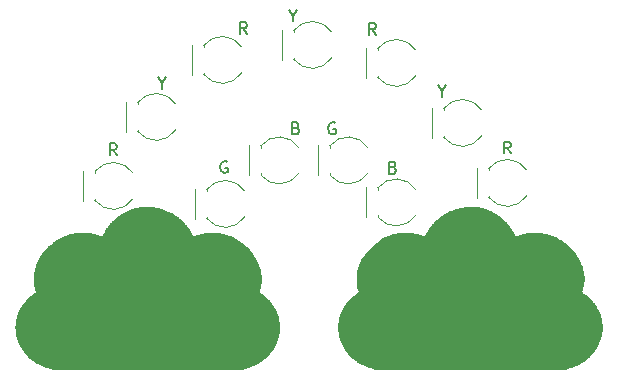
<source format=gbr>
%TF.GenerationSoftware,KiCad,Pcbnew,(6.0.4)*%
%TF.CreationDate,2024-01-19T15:56:56-08:00*%
%TF.ProjectId,Alpenglow_RadiantRainbow_PCB,416c7065-6e67-46c6-9f77-5f5261646961,rev?*%
%TF.SameCoordinates,Original*%
%TF.FileFunction,Legend,Top*%
%TF.FilePolarity,Positive*%
%FSLAX46Y46*%
G04 Gerber Fmt 4.6, Leading zero omitted, Abs format (unit mm)*
G04 Created by KiCad (PCBNEW (6.0.4)) date 2024-01-19 15:56:56*
%MOMM*%
%LPD*%
G01*
G04 APERTURE LIST*
G04 Aperture macros list*
%AMHorizOval*
0 Thick line with rounded ends*
0 $1 width*
0 $2 $3 position (X,Y) of the first rounded end (center of the circle)*
0 $4 $5 position (X,Y) of the second rounded end (center of the circle)*
0 Add line between two ends*
20,1,$1,$2,$3,$4,$5,0*
0 Add two circle primitives to create the rounded ends*
1,1,$1,$2,$3*
1,1,$1,$4,$5*%
G04 Aperture macros list end*
%ADD10C,0.150000*%
%ADD11C,0.120000*%
%ADD12C,0.635000*%
%ADD13R,1.800000X1.800000*%
%ADD14C,1.800000*%
%ADD15C,1.117600*%
%ADD16C,1.600000*%
%ADD17HorizOval,1.600000X0.000000X0.000000X0.000000X0.000000X0*%
%ADD18HorizOval,1.600000X0.000000X0.000000X0.000000X0.000000X0*%
%ADD19HorizOval,1.600000X0.000000X0.000000X0.000000X0.000000X0*%
%ADD20C,2.000000*%
%ADD21O,2.500000X4.000000*%
%ADD22HorizOval,1.600000X0.000000X0.000000X0.000000X0.000000X0*%
G04 APERTURE END LIST*
D10*
X132410200Y-85015390D02*
X132410200Y-85491580D01*
X132076866Y-84491580D02*
X132410200Y-85015390D01*
X132743533Y-84491580D01*
X150499723Y-80944980D02*
X150166390Y-80468790D01*
X149928295Y-80944980D02*
X149928295Y-79944980D01*
X150309247Y-79944980D01*
X150404485Y-79992600D01*
X150452104Y-80040219D01*
X150499723Y-80135457D01*
X150499723Y-80278314D01*
X150452104Y-80373552D01*
X150404485Y-80421171D01*
X150309247Y-80468790D01*
X149928295Y-80468790D01*
X156083000Y-85701190D02*
X156083000Y-86177380D01*
X155749666Y-85177380D02*
X156083000Y-85701190D01*
X156416333Y-85177380D01*
X137904504Y-91676600D02*
X137809266Y-91628980D01*
X137666409Y-91628980D01*
X137523552Y-91676600D01*
X137428314Y-91771838D01*
X137380695Y-91867076D01*
X137333076Y-92057552D01*
X137333076Y-92200409D01*
X137380695Y-92390885D01*
X137428314Y-92486123D01*
X137523552Y-92581361D01*
X137666409Y-92628980D01*
X137761647Y-92628980D01*
X137904504Y-92581361D01*
X137952123Y-92533742D01*
X137952123Y-92200409D01*
X137761647Y-92200409D01*
X143733828Y-88828571D02*
X143876685Y-88876190D01*
X143924304Y-88923809D01*
X143971923Y-89019047D01*
X143971923Y-89161904D01*
X143924304Y-89257142D01*
X143876685Y-89304761D01*
X143781447Y-89352380D01*
X143400495Y-89352380D01*
X143400495Y-88352380D01*
X143733828Y-88352380D01*
X143829066Y-88400000D01*
X143876685Y-88447619D01*
X143924304Y-88542857D01*
X143924304Y-88638095D01*
X143876685Y-88733333D01*
X143829066Y-88780952D01*
X143733828Y-88828571D01*
X143400495Y-88828571D01*
X161904323Y-90977980D02*
X161570990Y-90501790D01*
X161332895Y-90977980D02*
X161332895Y-89977980D01*
X161713847Y-89977980D01*
X161809085Y-90025600D01*
X161856704Y-90073219D01*
X161904323Y-90168457D01*
X161904323Y-90311314D01*
X161856704Y-90406552D01*
X161809085Y-90454171D01*
X161713847Y-90501790D01*
X161332895Y-90501790D01*
X151963428Y-92155971D02*
X152106285Y-92203590D01*
X152153904Y-92251209D01*
X152201523Y-92346447D01*
X152201523Y-92489304D01*
X152153904Y-92584542D01*
X152106285Y-92632161D01*
X152011047Y-92679780D01*
X151630095Y-92679780D01*
X151630095Y-91679780D01*
X151963428Y-91679780D01*
X152058666Y-91727400D01*
X152106285Y-91775019D01*
X152153904Y-91870257D01*
X152153904Y-91965495D01*
X152106285Y-92060733D01*
X152058666Y-92108352D01*
X151963428Y-92155971D01*
X151630095Y-92155971D01*
X147048504Y-88400000D02*
X146953266Y-88352380D01*
X146810409Y-88352380D01*
X146667552Y-88400000D01*
X146572314Y-88495238D01*
X146524695Y-88590476D01*
X146477076Y-88780952D01*
X146477076Y-88923809D01*
X146524695Y-89114285D01*
X146572314Y-89209523D01*
X146667552Y-89304761D01*
X146810409Y-89352380D01*
X146905647Y-89352380D01*
X147048504Y-89304761D01*
X147096123Y-89257142D01*
X147096123Y-88923809D01*
X146905647Y-88923809D01*
X143510000Y-79325790D02*
X143510000Y-79801980D01*
X143176666Y-78801980D02*
X143510000Y-79325790D01*
X143843333Y-78801980D01*
X139577723Y-80868780D02*
X139244390Y-80392590D01*
X139006295Y-80868780D02*
X139006295Y-79868780D01*
X139387247Y-79868780D01*
X139482485Y-79916400D01*
X139530104Y-79964019D01*
X139577723Y-80059257D01*
X139577723Y-80202114D01*
X139530104Y-80297352D01*
X139482485Y-80344971D01*
X139387247Y-80392590D01*
X139006295Y-80392590D01*
X128554123Y-91130380D02*
X128220790Y-90654190D01*
X127982695Y-91130380D02*
X127982695Y-90130380D01*
X128363647Y-90130380D01*
X128458885Y-90178000D01*
X128506504Y-90225619D01*
X128554123Y-90320857D01*
X128554123Y-90463714D01*
X128506504Y-90558952D01*
X128458885Y-90606571D01*
X128363647Y-90654190D01*
X127982695Y-90654190D01*
D11*
%TO.C,D1*%
X160056500Y-92236000D02*
X160056500Y-92392000D01*
X160056500Y-94552000D02*
X160056500Y-94708000D01*
X159076500Y-92202000D02*
X159076500Y-94742000D01*
X163288835Y-92393392D02*
G75*
G03*
X160056500Y-92236484I-1672335J-1078608D01*
G01*
X160056500Y-94707516D02*
G75*
G03*
X163288835Y-94550608I1560000J1235516D01*
G01*
%TO.C,D3*%
X134946500Y-81788000D02*
X134946500Y-84328000D01*
X135926500Y-84138000D02*
X135926500Y-84294000D01*
X135926500Y-81822000D02*
X135926500Y-81978000D01*
X139158835Y-81979392D02*
G75*
G03*
X135926500Y-81822484I-1672335J-1078608D01*
G01*
X135926500Y-84293516D02*
G75*
G03*
X139158835Y-84136608I1560000J1235516D01*
G01*
%TO.C,G\u002A\u002A\u002A*%
G36*
X131307695Y-95499913D02*
G01*
X131470774Y-95503790D01*
X131570818Y-95508551D01*
X131699136Y-95517165D01*
X131813281Y-95526738D01*
X131905225Y-95536445D01*
X131966938Y-95545460D01*
X131988948Y-95551498D01*
X132039999Y-95572745D01*
X132116323Y-95594697D01*
X132198962Y-95612722D01*
X132268962Y-95622189D01*
X132280164Y-95622654D01*
X132342619Y-95635354D01*
X132380515Y-95653885D01*
X132437894Y-95678530D01*
X132479233Y-95684860D01*
X132501858Y-95686307D01*
X132528329Y-95691593D01*
X132564296Y-95702942D01*
X132615404Y-95722577D01*
X132687300Y-95752722D01*
X132785631Y-95795599D01*
X132916045Y-95853431D01*
X132981309Y-95882521D01*
X133218178Y-95996823D01*
X133427129Y-96115311D01*
X133601204Y-96233922D01*
X133651810Y-96274054D01*
X133684849Y-96299196D01*
X133735998Y-96336000D01*
X133750718Y-96346330D01*
X133801004Y-96385537D01*
X133872149Y-96446318D01*
X133956026Y-96521139D01*
X134044506Y-96602468D01*
X134129460Y-96682773D01*
X134202759Y-96754520D01*
X134256274Y-96810177D01*
X134275294Y-96832439D01*
X134316569Y-96882907D01*
X134352776Y-96922680D01*
X134380600Y-96953697D01*
X134424778Y-97006665D01*
X134479133Y-97073751D01*
X134537484Y-97147121D01*
X134593653Y-97218940D01*
X134641461Y-97281376D01*
X134674730Y-97326595D01*
X134687279Y-97346761D01*
X134687280Y-97346785D01*
X134698115Y-97368268D01*
X134726795Y-97415433D01*
X134767579Y-97478907D01*
X134776481Y-97492428D01*
X134819106Y-97558995D01*
X134850644Y-97612206D01*
X134865288Y-97642173D01*
X134865682Y-97644365D01*
X134875461Y-97669335D01*
X134901496Y-97720971D01*
X134938833Y-97789609D01*
X134952805Y-97814367D01*
X134998109Y-97890808D01*
X135032138Y-97937495D01*
X135062425Y-97962126D01*
X135096502Y-97972397D01*
X135108906Y-97973858D01*
X135156547Y-97972669D01*
X135177811Y-97960950D01*
X135177885Y-97960011D01*
X135197122Y-97941876D01*
X135243523Y-97926347D01*
X135244786Y-97926086D01*
X135291603Y-97911102D01*
X135311674Y-97893842D01*
X135311687Y-97893470D01*
X135331120Y-97880281D01*
X135378143Y-97874473D01*
X135380722Y-97874460D01*
X135452663Y-97864809D01*
X135508949Y-97846117D01*
X135655323Y-97793488D01*
X135835167Y-97760661D01*
X135853095Y-97758637D01*
X135924594Y-97748296D01*
X135976268Y-97735927D01*
X135993788Y-97726996D01*
X136018607Y-97721932D01*
X136081119Y-97717743D01*
X136174427Y-97714425D01*
X136291636Y-97711973D01*
X136425847Y-97710383D01*
X136570164Y-97709652D01*
X136717689Y-97709774D01*
X136861527Y-97710745D01*
X136994780Y-97712561D01*
X137110551Y-97715218D01*
X137201943Y-97718711D01*
X137262060Y-97723036D01*
X137283856Y-97727803D01*
X137310712Y-97738929D01*
X137369600Y-97750629D01*
X137448069Y-97760463D01*
X137452512Y-97760883D01*
X137531668Y-97770550D01*
X137591899Y-97782213D01*
X137620754Y-97793430D01*
X137621168Y-97793962D01*
X137650632Y-97808139D01*
X137689574Y-97812509D01*
X137746588Y-97824449D01*
X137779052Y-97843484D01*
X137822529Y-97863910D01*
X137886322Y-97874175D01*
X137898252Y-97874460D01*
X137955014Y-97878092D01*
X137988608Y-97887102D01*
X137991435Y-97889948D01*
X138021090Y-97915420D01*
X138077494Y-97942936D01*
X138143803Y-97965808D01*
X138203173Y-97977351D01*
X138212528Y-97977712D01*
X138258716Y-97983730D01*
X138277622Y-97997969D01*
X138296544Y-98017543D01*
X138333373Y-98031183D01*
X138375119Y-98047127D01*
X138389123Y-98062552D01*
X138408147Y-98076618D01*
X138442488Y-98080964D01*
X138488735Y-98092498D01*
X138508689Y-98111940D01*
X138539324Y-98139422D01*
X138557163Y-98142915D01*
X138597762Y-98154271D01*
X138652484Y-98182299D01*
X138663789Y-98189431D01*
X138754449Y-98246375D01*
X138836663Y-98291247D01*
X138898502Y-98321126D01*
X138950609Y-98351065D01*
X138982337Y-98379671D01*
X138984514Y-98383648D01*
X139014123Y-98408979D01*
X139028132Y-98411371D01*
X139064289Y-98425493D01*
X139108679Y-98459810D01*
X139111929Y-98462997D01*
X139153266Y-98498136D01*
X139184646Y-98514475D01*
X139186529Y-98514623D01*
X139213624Y-98531124D01*
X139222297Y-98545598D01*
X139250941Y-98573052D01*
X139267211Y-98576574D01*
X139295816Y-98590845D01*
X139347461Y-98629537D01*
X139415233Y-98686471D01*
X139492220Y-98755464D01*
X139571509Y-98830336D01*
X139646188Y-98904907D01*
X139704839Y-98967888D01*
X139831045Y-99107726D01*
X139924347Y-99206411D01*
X139963627Y-99253281D01*
X140004344Y-99310992D01*
X140006776Y-99314826D01*
X140037714Y-99358300D01*
X140060918Y-99380994D01*
X140064034Y-99381940D01*
X140080036Y-99399387D01*
X140093101Y-99433566D01*
X140111008Y-99472242D01*
X140128969Y-99485192D01*
X140148378Y-99501924D01*
X140150844Y-99516167D01*
X140161727Y-99543664D01*
X140170963Y-99547143D01*
X140192379Y-99564283D01*
X140214428Y-99603932D01*
X140241419Y-99661101D01*
X140276507Y-99725706D01*
X140280798Y-99732997D01*
X140319577Y-99801259D01*
X140359478Y-99875959D01*
X140365559Y-99887875D01*
X140393348Y-99940417D01*
X140413987Y-99975091D01*
X140418447Y-99980802D01*
X140445234Y-100016417D01*
X140471202Y-100065317D01*
X140485021Y-100105637D01*
X140485348Y-100109892D01*
X140495041Y-100144309D01*
X140519014Y-100196004D01*
X140525680Y-100208262D01*
X140558383Y-100275472D01*
X140589731Y-100353423D01*
X140596543Y-100373159D01*
X140621273Y-100436532D01*
X140647541Y-100486543D01*
X140656563Y-100498688D01*
X140677558Y-100541923D01*
X140686050Y-100598135D01*
X140694259Y-100660741D01*
X140712255Y-100710086D01*
X140738899Y-100770885D01*
X140761957Y-100857586D01*
X140782571Y-100975456D01*
X140800429Y-101116574D01*
X140811997Y-101203562D01*
X140825028Y-101275252D01*
X140837502Y-101321491D01*
X140843366Y-101332371D01*
X140852614Y-101361185D01*
X140859138Y-101421144D01*
X140862977Y-101502172D01*
X140864169Y-101594193D01*
X140862751Y-101687131D01*
X140858762Y-101770909D01*
X140852240Y-101835452D01*
X140843223Y-101870682D01*
X140841323Y-101873147D01*
X140829365Y-101902406D01*
X140817388Y-101962016D01*
X140807389Y-102041071D01*
X140804506Y-102074163D01*
X140796314Y-102156107D01*
X140786156Y-102221158D01*
X140775768Y-102259189D01*
X140771885Y-102264598D01*
X140758341Y-102290969D01*
X140752951Y-102336893D01*
X140742383Y-102398837D01*
X140722156Y-102444089D01*
X140701987Y-102490879D01*
X140684726Y-102559450D01*
X140678315Y-102600512D01*
X140672502Y-102664492D01*
X140678636Y-102706139D01*
X140703579Y-102741840D01*
X140754191Y-102787978D01*
X140758300Y-102791528D01*
X140813408Y-102835469D01*
X140858088Y-102864647D01*
X140877068Y-102871858D01*
X140907441Y-102886946D01*
X140944481Y-102923248D01*
X140944673Y-102923484D01*
X140978423Y-102959604D01*
X141001748Y-102975100D01*
X141002066Y-102975110D01*
X141023850Y-102989109D01*
X141068969Y-103026673D01*
X141130347Y-103081158D01*
X141200911Y-103145917D01*
X141273584Y-103214306D01*
X141341291Y-103279678D01*
X141396957Y-103335389D01*
X141433506Y-103374791D01*
X141444259Y-103390456D01*
X141462359Y-103406713D01*
X141477710Y-103408769D01*
X141507275Y-103425299D01*
X141511160Y-103439745D01*
X141522404Y-103467236D01*
X141531958Y-103470720D01*
X141554949Y-103487682D01*
X141566028Y-103509444D01*
X141589109Y-103547124D01*
X141631977Y-103597293D01*
X141653978Y-103619372D01*
X141702293Y-103671641D01*
X141736809Y-103720185D01*
X141744062Y-103735527D01*
X141764079Y-103770782D01*
X141780266Y-103780476D01*
X141798725Y-103797223D01*
X141801064Y-103811452D01*
X141812308Y-103838944D01*
X141821861Y-103842428D01*
X141843784Y-103859631D01*
X141858317Y-103888891D01*
X141875904Y-103929401D01*
X141887695Y-103945680D01*
X141907663Y-103973075D01*
X141939916Y-104031426D01*
X141980502Y-104113222D01*
X142015338Y-104188322D01*
X142042437Y-104240495D01*
X142065617Y-104271929D01*
X142072958Y-104276086D01*
X142085725Y-104294013D01*
X142090967Y-104336562D01*
X142101988Y-104391536D01*
X142124417Y-104428014D01*
X142152480Y-104473567D01*
X142157868Y-104501766D01*
X142166917Y-104536115D01*
X142180168Y-104544541D01*
X142194236Y-104562840D01*
X142201960Y-104608458D01*
X142202468Y-104625668D01*
X142210645Y-104686238D01*
X142230823Y-104732104D01*
X142235919Y-104737770D01*
X142259262Y-104779258D01*
X142269358Y-104836594D01*
X142269369Y-104838367D01*
X142275260Y-104891743D01*
X142289554Y-104926581D01*
X142290694Y-104927736D01*
X142302312Y-104956365D01*
X142314426Y-105015103D01*
X142324894Y-105092832D01*
X142327410Y-105118369D01*
X142336636Y-105198204D01*
X142347711Y-105260997D01*
X142358662Y-105296333D01*
X142361835Y-105300150D01*
X142368111Y-105323118D01*
X142373106Y-105379044D01*
X142376818Y-105460337D01*
X142379249Y-105559406D01*
X142380396Y-105668660D01*
X142380261Y-105780507D01*
X142378842Y-105887357D01*
X142376139Y-105981619D01*
X142372152Y-106055700D01*
X142366880Y-106102011D01*
X142361875Y-106113972D01*
X142351565Y-106132985D01*
X142340737Y-106183595D01*
X142331280Y-106256159D01*
X142328809Y-106282950D01*
X142319639Y-106364004D01*
X142307748Y-106429594D01*
X142295324Y-106468409D01*
X142292053Y-106472934D01*
X142274979Y-106508013D01*
X142269369Y-106550040D01*
X142261938Y-106593663D01*
X142246543Y-106613186D01*
X142229336Y-106636248D01*
X142214452Y-106685090D01*
X142211315Y-106702671D01*
X142194413Y-106782427D01*
X142165256Y-106860885D01*
X142122355Y-106946825D01*
X142099361Y-107005690D01*
X142090967Y-107055239D01*
X142083455Y-107093245D01*
X142069677Y-107105192D01*
X142051982Y-107123244D01*
X142035927Y-107167666D01*
X142033745Y-107177468D01*
X142019145Y-107225116D01*
X142002115Y-107249074D01*
X141999284Y-107249745D01*
X141983175Y-107267060D01*
X141979466Y-107291045D01*
X141970303Y-107324604D01*
X141957590Y-107332346D01*
X141936453Y-107349868D01*
X141921722Y-107383972D01*
X141906420Y-107422652D01*
X141893422Y-107435794D01*
X141876988Y-107453097D01*
X141851020Y-107496984D01*
X141835091Y-107528721D01*
X141807401Y-107582295D01*
X141785749Y-107615789D01*
X141778875Y-107621452D01*
X141762218Y-107637963D01*
X141732865Y-107680231D01*
X141711863Y-107714379D01*
X141677637Y-107767196D01*
X141649928Y-107800861D01*
X141639852Y-107807306D01*
X141623253Y-107823262D01*
X141622662Y-107828857D01*
X141608671Y-107857069D01*
X141574266Y-107898552D01*
X141566911Y-107906085D01*
X141530230Y-107946864D01*
X141511705Y-107975574D01*
X141511160Y-107978446D01*
X141496296Y-108002517D01*
X141460044Y-108038942D01*
X141455410Y-108042977D01*
X141417393Y-108081937D01*
X141399803Y-108112453D01*
X141399659Y-108114267D01*
X141381646Y-108135049D01*
X141366208Y-108137712D01*
X141336519Y-108148020D01*
X141332758Y-108156774D01*
X141317878Y-108182195D01*
X141281854Y-108221702D01*
X141237608Y-108263036D01*
X141198061Y-108293939D01*
X141178709Y-108302915D01*
X141157150Y-108319106D01*
X141132056Y-108354541D01*
X141104202Y-108392060D01*
X141082622Y-108406167D01*
X141055502Y-108419972D01*
X141015593Y-108453625D01*
X141011357Y-108457793D01*
X140970926Y-108492852D01*
X140941485Y-108509254D01*
X140939718Y-108509419D01*
X140911562Y-108522296D01*
X140868031Y-108553987D01*
X140859623Y-108561045D01*
X140815654Y-108595164D01*
X140784847Y-108612664D01*
X140781800Y-108613245D01*
X140756435Y-108627115D01*
X140714455Y-108661099D01*
X140699059Y-108675196D01*
X140651482Y-108713805D01*
X140612280Y-108735111D01*
X140604283Y-108736574D01*
X140577055Y-108747608D01*
X140574549Y-108754986D01*
X140555650Y-108773165D01*
X140518798Y-108786355D01*
X140477032Y-108802937D01*
X140463048Y-108819569D01*
X140444979Y-108837543D01*
X140429597Y-108839826D01*
X140399907Y-108850106D01*
X140396147Y-108858836D01*
X140376923Y-108876048D01*
X140330547Y-108891184D01*
X140329246Y-108891452D01*
X140282429Y-108906436D01*
X140262358Y-108923696D01*
X140262345Y-108924068D01*
X140243776Y-108939841D01*
X140220475Y-108943078D01*
X140171204Y-108958076D01*
X140150844Y-108974054D01*
X140106814Y-109000561D01*
X140081213Y-109005029D01*
X140046466Y-109013022D01*
X140039343Y-109023040D01*
X140019645Y-109037214D01*
X139970411Y-109050786D01*
X139950142Y-109054260D01*
X139894374Y-109067027D01*
X139863270Y-109082902D01*
X139860941Y-109087875D01*
X139842018Y-109104058D01*
X139810765Y-109108938D01*
X139752460Y-109121940D01*
X139717302Y-109139914D01*
X139664321Y-109161515D01*
X139600225Y-109170232D01*
X139550344Y-109175000D01*
X139526729Y-109186640D01*
X139526437Y-109188244D01*
X139506739Y-109202417D01*
X139457505Y-109215990D01*
X139437236Y-109219463D01*
X139381468Y-109232230D01*
X139350364Y-109248106D01*
X139348035Y-109253078D01*
X139327104Y-109262766D01*
X139269700Y-109269771D01*
X139183907Y-109273252D01*
X139151792Y-109273484D01*
X139036971Y-109276728D01*
X138960542Y-109286219D01*
X138927675Y-109299297D01*
X138903302Y-109301486D01*
X138836287Y-109303607D01*
X138728590Y-109305660D01*
X138582168Y-109307642D01*
X138398980Y-109309553D01*
X138180986Y-109311391D01*
X137930144Y-109313155D01*
X137648413Y-109314842D01*
X137337751Y-109316453D01*
X137000118Y-109317985D01*
X136637472Y-109319437D01*
X136251772Y-109320808D01*
X135844976Y-109322095D01*
X135419044Y-109323299D01*
X134975934Y-109324418D01*
X134517605Y-109325449D01*
X134046015Y-109326392D01*
X133563125Y-109327245D01*
X133070891Y-109328007D01*
X132571273Y-109328677D01*
X132066230Y-109329253D01*
X131557720Y-109329733D01*
X131047703Y-109330117D01*
X130538136Y-109330402D01*
X130030980Y-109330588D01*
X129528192Y-109330674D01*
X129031731Y-109330656D01*
X128543556Y-109330536D01*
X128065626Y-109330310D01*
X127599899Y-109329977D01*
X127148335Y-109329537D01*
X126712892Y-109328987D01*
X126295529Y-109328327D01*
X125898204Y-109327555D01*
X125522876Y-109326669D01*
X125171505Y-109325668D01*
X124846049Y-109324551D01*
X124548466Y-109323316D01*
X124280716Y-109321963D01*
X124044756Y-109320489D01*
X123842547Y-109318892D01*
X123676046Y-109317173D01*
X123547213Y-109315329D01*
X123458006Y-109313359D01*
X123410384Y-109311262D01*
X123403346Y-109310368D01*
X123336232Y-109296787D01*
X123248653Y-109284702D01*
X123193306Y-109279415D01*
X123116561Y-109269333D01*
X123055574Y-109253634D01*
X123030036Y-109240499D01*
X122983448Y-109217232D01*
X122945914Y-109211533D01*
X122899328Y-109203699D01*
X122879290Y-109190883D01*
X122850276Y-109178098D01*
X122794115Y-109170850D01*
X122770735Y-109170232D01*
X122700292Y-109163223D01*
X122642887Y-109145801D01*
X122632674Y-109139914D01*
X122577095Y-109115173D01*
X122539211Y-109108938D01*
X122500026Y-109100988D01*
X122489036Y-109088567D01*
X122469541Y-109072180D01*
X122421569Y-109057313D01*
X122410985Y-109055293D01*
X122359570Y-109042941D01*
X122333673Y-109030024D01*
X122332934Y-109028010D01*
X122314370Y-109012517D01*
X122267053Y-108988298D01*
X122232794Y-108973519D01*
X122174804Y-108947052D01*
X122138548Y-108925003D01*
X122132443Y-108917265D01*
X122113201Y-108905488D01*
X122078074Y-108901777D01*
X122021504Y-108889414D01*
X121990465Y-108870802D01*
X121952802Y-108845413D01*
X121933122Y-108839826D01*
X121910195Y-108824979D01*
X121909229Y-108819176D01*
X121891283Y-108800611D01*
X121877371Y-108798525D01*
X121834300Y-108785457D01*
X121815104Y-108772712D01*
X121750713Y-108727146D01*
X121676064Y-108686049D01*
X121664417Y-108680800D01*
X121625974Y-108655880D01*
X121583809Y-108618981D01*
X121542818Y-108585420D01*
X121510945Y-108571371D01*
X121510842Y-108571371D01*
X121486806Y-108558149D01*
X121485524Y-108552112D01*
X121467083Y-108531272D01*
X121439730Y-108519394D01*
X121412589Y-108502351D01*
X121362441Y-108463244D01*
X121296500Y-108408438D01*
X121221984Y-108344297D01*
X121146109Y-108277187D01*
X121076090Y-108213474D01*
X121019144Y-108159521D01*
X120982487Y-108121695D01*
X120972618Y-108107370D01*
X120958943Y-108088831D01*
X120924805Y-108052036D01*
X120911292Y-108038351D01*
X120842696Y-107967428D01*
X120804519Y-107921744D01*
X120794216Y-107900232D01*
X120783132Y-107878446D01*
X120747047Y-107836174D01*
X120710590Y-107797739D01*
X120686973Y-107767153D01*
X120682714Y-107755777D01*
X120670362Y-107732531D01*
X120639500Y-107690472D01*
X120626964Y-107674914D01*
X120591495Y-107624498D01*
X120572319Y-107582927D01*
X120571213Y-107575249D01*
X120553165Y-107540471D01*
X120537762Y-107531383D01*
X120510216Y-107503371D01*
X120504312Y-107477547D01*
X120495276Y-107443638D01*
X120482437Y-107435598D01*
X120461299Y-107418076D01*
X120446569Y-107383972D01*
X120429351Y-107345314D01*
X120412694Y-107332346D01*
X120397469Y-107314740D01*
X120392811Y-107283249D01*
X120379491Y-107233868D01*
X120359360Y-107208444D01*
X120330735Y-107167671D01*
X120325910Y-107143964D01*
X120316029Y-107111806D01*
X120303610Y-107105192D01*
X120285273Y-107087962D01*
X120281309Y-107065366D01*
X120266145Y-107018020D01*
X120247859Y-106994565D01*
X120222457Y-106951297D01*
X120213699Y-106905325D01*
X120201517Y-106846611D01*
X120180249Y-106806977D01*
X120156739Y-106757673D01*
X120147508Y-106699781D01*
X120141264Y-106649752D01*
X120126144Y-106620502D01*
X120125208Y-106619907D01*
X120108201Y-106591559D01*
X120102907Y-106554696D01*
X120093430Y-106498551D01*
X120070641Y-106437195D01*
X120070631Y-106437174D01*
X120052514Y-106382672D01*
X120037069Y-106304621D01*
X120028319Y-106227549D01*
X120020725Y-106136393D01*
X120009664Y-106025337D01*
X119997264Y-105915454D01*
X119994625Y-105893989D01*
X119982163Y-105712842D01*
X119991792Y-105526713D01*
X119994560Y-105501631D01*
X120006593Y-105391086D01*
X120018042Y-105274214D01*
X120026956Y-105171298D01*
X120029032Y-105143504D01*
X120037198Y-105067198D01*
X120048766Y-105007889D01*
X120061437Y-104976864D01*
X120063305Y-104975339D01*
X120078648Y-104948594D01*
X120092181Y-104894928D01*
X120097684Y-104856068D01*
X120107430Y-104793734D01*
X120120322Y-104750289D01*
X120128090Y-104739071D01*
X120143374Y-104711891D01*
X120147508Y-104680079D01*
X120161168Y-104631043D01*
X120180958Y-104606493D01*
X120204118Y-104569156D01*
X120214380Y-104513957D01*
X120214409Y-104511037D01*
X120219740Y-104464273D01*
X120232788Y-104441671D01*
X120234937Y-104441289D01*
X120253525Y-104423487D01*
X120269870Y-104380543D01*
X120270159Y-104379338D01*
X120286341Y-104335985D01*
X120304980Y-104317399D01*
X120305382Y-104317387D01*
X120320029Y-104299495D01*
X120325910Y-104257964D01*
X120336909Y-104205558D01*
X120359360Y-104172834D01*
X120387985Y-104132062D01*
X120392811Y-104108354D01*
X120402692Y-104076196D01*
X120415111Y-104069582D01*
X120435292Y-104053021D01*
X120437411Y-104040816D01*
X120455399Y-104008936D01*
X120470862Y-104000163D01*
X120500534Y-103972159D01*
X120504312Y-103955926D01*
X120515898Y-103918475D01*
X120543561Y-103866536D01*
X120576656Y-103818687D01*
X120592998Y-103801127D01*
X120616544Y-103772367D01*
X120647956Y-103725915D01*
X120674495Y-103680707D01*
X120676043Y-103677679D01*
X120702954Y-103642080D01*
X120742802Y-103603035D01*
X120779044Y-103565076D01*
X120794215Y-103535562D01*
X120794216Y-103535466D01*
X120808493Y-103513208D01*
X120815013Y-103512021D01*
X120837562Y-103494955D01*
X120850226Y-103469961D01*
X120871596Y-103439361D01*
X120919160Y-103387013D01*
X120986265Y-103319086D01*
X121066260Y-103241750D01*
X121152491Y-103161176D01*
X121238308Y-103083534D01*
X121317057Y-103014995D01*
X121382087Y-102961727D01*
X121426745Y-102929903D01*
X121438679Y-102924144D01*
X121475888Y-102905614D01*
X121485524Y-102891117D01*
X121502677Y-102872554D01*
X121508889Y-102871858D01*
X121539653Y-102858345D01*
X121581089Y-102825804D01*
X121581525Y-102825395D01*
X121632071Y-102783925D01*
X121675236Y-102756199D01*
X121702793Y-102728047D01*
X121722260Y-102684469D01*
X121730234Y-102640017D01*
X121723313Y-102609247D01*
X121710950Y-102603403D01*
X121692336Y-102585339D01*
X121675795Y-102540873D01*
X121673558Y-102530899D01*
X121658669Y-102479586D01*
X121641421Y-102448816D01*
X121639097Y-102447078D01*
X121627938Y-102421648D01*
X121620769Y-102368734D01*
X121619325Y-102327351D01*
X121612659Y-102250756D01*
X121595093Y-102192451D01*
X121586584Y-102178854D01*
X121575524Y-102144600D01*
X121566468Y-102075940D01*
X121559415Y-101979728D01*
X121554366Y-101862818D01*
X121551320Y-101732063D01*
X121550279Y-101594318D01*
X121551240Y-101456435D01*
X121554205Y-101325268D01*
X121559174Y-101207671D01*
X121566147Y-101110498D01*
X121575123Y-101040602D01*
X121586102Y-101004837D01*
X121586584Y-101004212D01*
X121606602Y-100959307D01*
X121618155Y-100893613D01*
X121619325Y-100866041D01*
X121623653Y-100805670D01*
X121634630Y-100764168D01*
X121641626Y-100755192D01*
X121659643Y-100726404D01*
X121664063Y-100697184D01*
X121674449Y-100646298D01*
X121697514Y-100592791D01*
X121720505Y-100530363D01*
X121730788Y-100459729D01*
X121730827Y-100455929D01*
X121739518Y-100396239D01*
X121761260Y-100355119D01*
X121764277Y-100352509D01*
X121792869Y-100312412D01*
X121797727Y-100289248D01*
X121808624Y-100250775D01*
X121820028Y-100238932D01*
X121837482Y-100210379D01*
X121842328Y-100177237D01*
X121856021Y-100125134D01*
X121875778Y-100097329D01*
X121903536Y-100057046D01*
X121909229Y-100033492D01*
X121920580Y-99997027D01*
X121949220Y-99943313D01*
X121964979Y-99918850D01*
X121998573Y-99863060D01*
X122018431Y-99817497D01*
X122020730Y-99805035D01*
X122038779Y-99770209D01*
X122054180Y-99761115D01*
X122080173Y-99733477D01*
X122087631Y-99699812D01*
X122094331Y-99662056D01*
X122106419Y-99650395D01*
X122127221Y-99633687D01*
X122156821Y-99591812D01*
X122167745Y-99572956D01*
X122196959Y-99522429D01*
X122218590Y-99489700D01*
X122222610Y-99485192D01*
X122240869Y-99462547D01*
X122272143Y-99417878D01*
X122285754Y-99397428D01*
X122320964Y-99350269D01*
X122349704Y-99322828D01*
X122357053Y-99319989D01*
X122376090Y-99303645D01*
X122377534Y-99294131D01*
X122391792Y-99266320D01*
X122428874Y-99219987D01*
X122472310Y-99173790D01*
X122565419Y-99079447D01*
X122644784Y-98996066D01*
X122706011Y-98928483D01*
X122744707Y-98881530D01*
X122756639Y-98860921D01*
X122773637Y-98845375D01*
X122778083Y-98845029D01*
X122804411Y-98831716D01*
X122851187Y-98797119D01*
X122898471Y-98757265D01*
X122968412Y-98696711D01*
X123052809Y-98625723D01*
X123125299Y-98566249D01*
X123191197Y-98512727D01*
X123246380Y-98467338D01*
X123280006Y-98439007D01*
X123282072Y-98437184D01*
X123316154Y-98414930D01*
X123329505Y-98411371D01*
X123356669Y-98398529D01*
X123399652Y-98366910D01*
X123408176Y-98359745D01*
X123456738Y-98325360D01*
X123497299Y-98308473D01*
X123501616Y-98308119D01*
X123542840Y-98292504D01*
X123552765Y-98282101D01*
X123582787Y-98256586D01*
X123635839Y-98224792D01*
X123654224Y-98215454D01*
X123705794Y-98186981D01*
X123735220Y-98164113D01*
X123737850Y-98158870D01*
X123756449Y-98145625D01*
X123779720Y-98142915D01*
X123828992Y-98127917D01*
X123849352Y-98111940D01*
X123883404Y-98085886D01*
X123900339Y-98080964D01*
X123938603Y-98072767D01*
X123992549Y-98052802D01*
X124046603Y-98028008D01*
X124085188Y-98005325D01*
X124094654Y-97994388D01*
X124113707Y-97981695D01*
X124148598Y-97977712D01*
X124197872Y-97969045D01*
X124256213Y-97947827D01*
X124307994Y-97921230D01*
X124337585Y-97896427D01*
X124339816Y-97889948D01*
X124358916Y-97877957D01*
X124391446Y-97874460D01*
X124450871Y-97861965D01*
X124486222Y-97844141D01*
X124541873Y-97824243D01*
X124634634Y-97814190D01*
X124678720Y-97813166D01*
X124756055Y-97810289D01*
X124814187Y-97803392D01*
X124840151Y-97794199D01*
X124868437Y-97778479D01*
X124921760Y-97763939D01*
X124930668Y-97762288D01*
X124982230Y-97748421D01*
X125008218Y-97731821D01*
X125008965Y-97728971D01*
X125030744Y-97723270D01*
X125094005Y-97718414D01*
X125195641Y-97714495D01*
X125332540Y-97711603D01*
X125501594Y-97709827D01*
X125689123Y-97709257D01*
X125858160Y-97709815D01*
X126011880Y-97711396D01*
X126144877Y-97713858D01*
X126251745Y-97717061D01*
X126327079Y-97720863D01*
X126365472Y-97725123D01*
X126369281Y-97727001D01*
X126389494Y-97738892D01*
X126442574Y-97753226D01*
X126517180Y-97766963D01*
X126519808Y-97767361D01*
X126643906Y-97786595D01*
X126731442Y-97801948D01*
X126790030Y-97815217D01*
X126827285Y-97828197D01*
X126850821Y-97842687D01*
X126855163Y-97846485D01*
X126896274Y-97864871D01*
X126958682Y-97874179D01*
X126971123Y-97874460D01*
X127027885Y-97878092D01*
X127061479Y-97887102D01*
X127064306Y-97889948D01*
X127094689Y-97915896D01*
X127152013Y-97942760D01*
X127219282Y-97964367D01*
X127279497Y-97974545D01*
X127296327Y-97974207D01*
X127345927Y-97959341D01*
X127370460Y-97920211D01*
X127374370Y-97905436D01*
X127391638Y-97859340D01*
X127426573Y-97786143D01*
X127474442Y-97694456D01*
X127530510Y-97592890D01*
X127590043Y-97490056D01*
X127648306Y-97394567D01*
X127692516Y-97326751D01*
X127744693Y-97253754D01*
X127811725Y-97165243D01*
X127885913Y-97070831D01*
X127959557Y-96980132D01*
X128024958Y-96902759D01*
X128074416Y-96848327D01*
X128080794Y-96841940D01*
X128129764Y-96788698D01*
X128168761Y-96738688D01*
X128196104Y-96709352D01*
X128250200Y-96659294D01*
X128323856Y-96594577D01*
X128409879Y-96521266D01*
X128501074Y-96445423D01*
X128590248Y-96373114D01*
X128670206Y-96310402D01*
X128726960Y-96268165D01*
X128858835Y-96178937D01*
X129007319Y-96086485D01*
X129157644Y-95999536D01*
X129295045Y-95926816D01*
X129346367Y-95902144D01*
X129415940Y-95868835D01*
X129468264Y-95841544D01*
X129491542Y-95826544D01*
X129519341Y-95812170D01*
X129569593Y-95797292D01*
X129630349Y-95777980D01*
X129705093Y-95747424D01*
X129734367Y-95733703D01*
X129799619Y-95705325D01*
X129853850Y-95688010D01*
X129871195Y-95685517D01*
X129917975Y-95676255D01*
X129973800Y-95654669D01*
X130030567Y-95632669D01*
X130075384Y-95623693D01*
X130115737Y-95612762D01*
X130126876Y-95602915D01*
X130156589Y-95588840D01*
X130210410Y-95582320D01*
X130215941Y-95582265D01*
X130290224Y-95574727D01*
X130354002Y-95558213D01*
X130417109Y-95542893D01*
X130517216Y-95529389D01*
X130646748Y-95518009D01*
X130798135Y-95509063D01*
X130963803Y-95502858D01*
X131136180Y-95499706D01*
X131307695Y-95499913D01*
G37*
G36*
X158625518Y-95499913D02*
G01*
X158788597Y-95503790D01*
X158888640Y-95508551D01*
X159016958Y-95517165D01*
X159131103Y-95526738D01*
X159223047Y-95536445D01*
X159284760Y-95545460D01*
X159306770Y-95551498D01*
X159354134Y-95571208D01*
X159426578Y-95592731D01*
X159505166Y-95611226D01*
X159570960Y-95621850D01*
X159585524Y-95622782D01*
X159637073Y-95632957D01*
X159693999Y-95654669D01*
X159754495Y-95676868D01*
X159805147Y-95685517D01*
X159851440Y-95694201D01*
X159918893Y-95716461D01*
X159964275Y-95735007D01*
X160035550Y-95766418D01*
X160130915Y-95808277D01*
X160234105Y-95853451D01*
X160276832Y-95872118D01*
X160390988Y-95923976D01*
X160498115Y-95976306D01*
X160590646Y-96025049D01*
X160661011Y-96066147D01*
X160701641Y-96095541D01*
X160707970Y-96103314D01*
X160733491Y-96118961D01*
X160737153Y-96119176D01*
X160764744Y-96131132D01*
X160815220Y-96161950D01*
X160877203Y-96204049D01*
X160939316Y-96249848D01*
X160969633Y-96274054D01*
X161002672Y-96299196D01*
X161053821Y-96336000D01*
X161068541Y-96346330D01*
X161118719Y-96385459D01*
X161189808Y-96446192D01*
X161273671Y-96520990D01*
X161362170Y-96602313D01*
X161447165Y-96682623D01*
X161520519Y-96754382D01*
X161574095Y-96810049D01*
X161593116Y-96832274D01*
X161638345Y-96887917D01*
X161689937Y-96947711D01*
X161694983Y-96953335D01*
X161748538Y-97015904D01*
X161814867Y-97097951D01*
X161885687Y-97188718D01*
X161952712Y-97277444D01*
X162007659Y-97353369D01*
X162038493Y-97399501D01*
X162065417Y-97445345D01*
X162106869Y-97518490D01*
X162157440Y-97609292D01*
X162211722Y-97708108D01*
X162217976Y-97719582D01*
X162273193Y-97819849D01*
X162313754Y-97888979D01*
X162344526Y-97932970D01*
X162370375Y-97957818D01*
X162396168Y-97969520D01*
X162424313Y-97973858D01*
X162472979Y-97972784D01*
X162495519Y-97961473D01*
X162495708Y-97960011D01*
X162514945Y-97941876D01*
X162561345Y-97926347D01*
X162562609Y-97926086D01*
X162609426Y-97911102D01*
X162629497Y-97893842D01*
X162629510Y-97893470D01*
X162648942Y-97880281D01*
X162695965Y-97874473D01*
X162698545Y-97874460D01*
X162770486Y-97864809D01*
X162826771Y-97846117D01*
X162973146Y-97793488D01*
X163152990Y-97760661D01*
X163170918Y-97758637D01*
X163242417Y-97748296D01*
X163294091Y-97735927D01*
X163311611Y-97726996D01*
X163336429Y-97721932D01*
X163398941Y-97717743D01*
X163492250Y-97714425D01*
X163609458Y-97711973D01*
X163743669Y-97710383D01*
X163887986Y-97709652D01*
X164035512Y-97709774D01*
X164179350Y-97710745D01*
X164312603Y-97712561D01*
X164428374Y-97715218D01*
X164519766Y-97718711D01*
X164579882Y-97723036D01*
X164601679Y-97727803D01*
X164628535Y-97738929D01*
X164687422Y-97750629D01*
X164765892Y-97760463D01*
X164770335Y-97760883D01*
X164849491Y-97770550D01*
X164909722Y-97782213D01*
X164938577Y-97793430D01*
X164938991Y-97793962D01*
X164968849Y-97809144D01*
X165000229Y-97813166D01*
X165057339Y-97826116D01*
X165092376Y-97844141D01*
X165148084Y-97867492D01*
X165197122Y-97874460D01*
X165252477Y-97884133D01*
X165324667Y-97908762D01*
X165363433Y-97926086D01*
X165436408Y-97956130D01*
X165504641Y-97974744D01*
X165531865Y-97977712D01*
X165577385Y-97983862D01*
X165595445Y-97997969D01*
X165614366Y-98017543D01*
X165651195Y-98031183D01*
X165692942Y-98047127D01*
X165706946Y-98062552D01*
X165725970Y-98076618D01*
X165760311Y-98080964D01*
X165806558Y-98092498D01*
X165826512Y-98111940D01*
X165857147Y-98139422D01*
X165874986Y-98142915D01*
X165915585Y-98154271D01*
X165970307Y-98182299D01*
X165981612Y-98189431D01*
X166066389Y-98243541D01*
X166126020Y-98277660D01*
X166170418Y-98297328D01*
X166180827Y-98300801D01*
X166213750Y-98319516D01*
X166219852Y-98331177D01*
X166237999Y-98347279D01*
X166254002Y-98349419D01*
X166291212Y-98366126D01*
X166300989Y-98380395D01*
X166329662Y-98407849D01*
X166345954Y-98411371D01*
X166382112Y-98425493D01*
X166426501Y-98459810D01*
X166429751Y-98462997D01*
X166471089Y-98498136D01*
X166502468Y-98514475D01*
X166504352Y-98514623D01*
X166531447Y-98531124D01*
X166540120Y-98545598D01*
X166568447Y-98573047D01*
X166584467Y-98576574D01*
X166616665Y-98591529D01*
X166671970Y-98632962D01*
X166744804Y-98695724D01*
X166829589Y-98774667D01*
X166920748Y-98864644D01*
X167012702Y-98960504D01*
X167077510Y-99031671D01*
X167143532Y-99105569D01*
X167201176Y-99169287D01*
X167243291Y-99214970D01*
X167260706Y-99232976D01*
X167291390Y-99268988D01*
X167326753Y-99319195D01*
X167327742Y-99320740D01*
X167358577Y-99361904D01*
X167382359Y-99381642D01*
X167384274Y-99381940D01*
X167399095Y-99399042D01*
X167401766Y-99418289D01*
X167416109Y-99457980D01*
X167450817Y-99504107D01*
X167452721Y-99506053D01*
X167495453Y-99557563D01*
X167539996Y-99623458D01*
X167551861Y-99643718D01*
X167585736Y-99704350D01*
X167613885Y-99754732D01*
X167621086Y-99767620D01*
X167643642Y-99809859D01*
X167674173Y-99869167D01*
X167683622Y-99887875D01*
X167711278Y-99940441D01*
X167731833Y-99975112D01*
X167736270Y-99980802D01*
X167763057Y-100016417D01*
X167789025Y-100065317D01*
X167802844Y-100105637D01*
X167803171Y-100109892D01*
X167812923Y-100144265D01*
X167837049Y-100195900D01*
X167843822Y-100208262D01*
X167873612Y-100269541D01*
X167906049Y-100348862D01*
X167923949Y-100398972D01*
X167947917Y-100461794D01*
X167970235Y-100504835D01*
X167983648Y-100517712D01*
X167996841Y-100535966D01*
X168004191Y-100581225D01*
X168004663Y-100595151D01*
X168013904Y-100662278D01*
X168035298Y-100720781D01*
X168037323Y-100724216D01*
X168061060Y-100783704D01*
X168069984Y-100841737D01*
X168075907Y-100890670D01*
X168089136Y-100918110D01*
X168089724Y-100918478D01*
X168099482Y-100942623D01*
X168109594Y-100998079D01*
X168118442Y-101074893D01*
X168121635Y-101114569D01*
X168130062Y-101202605D01*
X168141426Y-101278496D01*
X168153748Y-101330079D01*
X168158435Y-101341065D01*
X168169709Y-101382479D01*
X168177270Y-101453674D01*
X168181143Y-101543274D01*
X168181354Y-101639907D01*
X168177927Y-101732195D01*
X168170888Y-101808766D01*
X168160262Y-101858243D01*
X168157285Y-101864643D01*
X168144263Y-101904948D01*
X168131907Y-101973523D01*
X168122420Y-102057362D01*
X168120651Y-102080718D01*
X168113184Y-102161072D01*
X168103450Y-102224407D01*
X168093184Y-102260357D01*
X168089890Y-102264494D01*
X168076214Y-102290946D01*
X168070774Y-102336893D01*
X168060205Y-102398837D01*
X168039978Y-102444089D01*
X168019810Y-102490879D01*
X168002549Y-102559450D01*
X167996138Y-102600512D01*
X167990325Y-102664492D01*
X167996459Y-102706139D01*
X168021402Y-102741840D01*
X168072014Y-102787978D01*
X168076123Y-102791528D01*
X168129868Y-102835300D01*
X168171540Y-102864477D01*
X168187929Y-102871858D01*
X168214463Y-102885642D01*
X168254074Y-102919252D01*
X168258373Y-102923484D01*
X168296611Y-102958345D01*
X168321357Y-102974896D01*
X168322728Y-102975110D01*
X168343838Y-102989119D01*
X168388292Y-103026709D01*
X168449049Y-103081225D01*
X168519071Y-103146013D01*
X168591317Y-103214418D01*
X168658749Y-103279784D01*
X168714327Y-103335459D01*
X168751012Y-103374786D01*
X168762082Y-103390456D01*
X168780181Y-103406713D01*
X168795532Y-103408769D01*
X168825097Y-103425299D01*
X168828983Y-103439745D01*
X168840227Y-103467236D01*
X168849780Y-103470720D01*
X168872772Y-103487682D01*
X168883850Y-103509444D01*
X168906932Y-103547124D01*
X168949800Y-103597293D01*
X168971801Y-103619372D01*
X169020116Y-103671641D01*
X169054631Y-103720185D01*
X169061885Y-103735527D01*
X169081902Y-103770782D01*
X169098089Y-103780476D01*
X169116547Y-103797223D01*
X169118886Y-103811452D01*
X169130130Y-103838944D01*
X169139684Y-103842428D01*
X169161607Y-103859631D01*
X169176140Y-103888891D01*
X169193726Y-103929401D01*
X169205518Y-103945680D01*
X169225486Y-103973075D01*
X169257738Y-104031426D01*
X169298325Y-104113222D01*
X169333161Y-104188322D01*
X169360260Y-104240495D01*
X169383440Y-104271929D01*
X169390781Y-104276086D01*
X169403752Y-104293954D01*
X169408790Y-104334090D01*
X169420468Y-104392708D01*
X169441531Y-104432180D01*
X169467898Y-104478477D01*
X169474981Y-104508403D01*
X169486121Y-104539069D01*
X169497991Y-104544541D01*
X169512059Y-104562840D01*
X169519783Y-104608458D01*
X169520291Y-104625668D01*
X169528467Y-104686238D01*
X169548645Y-104732104D01*
X169553741Y-104737770D01*
X169576679Y-104778870D01*
X169587130Y-104836798D01*
X169587192Y-104841279D01*
X169592112Y-104892631D01*
X169604164Y-104923099D01*
X169606227Y-104924705D01*
X169616719Y-104948993D01*
X169627970Y-105004088D01*
X169638006Y-105079576D01*
X169640653Y-105106486D01*
X169650203Y-105187765D01*
X169662045Y-105253412D01*
X169674039Y-105292308D01*
X169677368Y-105297119D01*
X169684236Y-105322819D01*
X169689769Y-105380924D01*
X169693952Y-105463860D01*
X169696768Y-105564053D01*
X169698203Y-105673929D01*
X169698241Y-105785916D01*
X169696867Y-105892440D01*
X169694065Y-105985927D01*
X169689820Y-106058803D01*
X169684116Y-106103495D01*
X169679030Y-106113972D01*
X169668437Y-106133009D01*
X169657073Y-106183812D01*
X169646849Y-106256923D01*
X169643585Y-106289424D01*
X169634174Y-106370478D01*
X169622747Y-106434694D01*
X169611292Y-106471758D01*
X169607497Y-106476496D01*
X169591973Y-106503914D01*
X169587192Y-106539999D01*
X169574298Y-106592796D01*
X169553741Y-106622857D01*
X169530109Y-106664623D01*
X169520291Y-106721462D01*
X169506268Y-106802768D01*
X169462929Y-106904963D01*
X169429656Y-106965521D01*
X169413048Y-107014636D01*
X169408790Y-107053286D01*
X169401536Y-107092233D01*
X169387500Y-107105192D01*
X169369805Y-107123244D01*
X169353750Y-107167666D01*
X169351568Y-107177468D01*
X169336967Y-107225116D01*
X169319938Y-107249074D01*
X169317107Y-107249745D01*
X169300705Y-107266962D01*
X169297288Y-107288836D01*
X169281767Y-107327312D01*
X169263838Y-107339814D01*
X169236292Y-107367826D01*
X169230388Y-107393649D01*
X169223458Y-107427678D01*
X169213662Y-107435794D01*
X169195808Y-107453128D01*
X169168935Y-107497084D01*
X169152914Y-107528721D01*
X169125224Y-107582295D01*
X169103572Y-107615789D01*
X169096697Y-107621452D01*
X169080040Y-107637963D01*
X169050687Y-107680231D01*
X169029685Y-107714379D01*
X168995460Y-107767196D01*
X168967751Y-107800861D01*
X168957675Y-107807306D01*
X168941075Y-107823262D01*
X168940484Y-107828857D01*
X168926494Y-107857069D01*
X168892088Y-107898552D01*
X168884734Y-107906085D01*
X168848084Y-107946580D01*
X168829540Y-107974689D01*
X168828983Y-107977460D01*
X168814405Y-107999534D01*
X168776778Y-108040079D01*
X168739782Y-108075761D01*
X168691259Y-108122109D01*
X168658862Y-108155765D01*
X168650581Y-108167099D01*
X168636364Y-108185432D01*
X168602126Y-108220012D01*
X168560488Y-108259004D01*
X168524070Y-108290574D01*
X168505740Y-108302915D01*
X168487478Y-108316423D01*
X168446576Y-108351969D01*
X168391602Y-108402088D01*
X168387214Y-108406167D01*
X168329689Y-108457333D01*
X168283278Y-108494267D01*
X168257567Y-108509373D01*
X168256934Y-108509419D01*
X168229201Y-108522281D01*
X168185903Y-108553941D01*
X168177446Y-108561045D01*
X168133476Y-108595164D01*
X168102669Y-108612664D01*
X168099622Y-108613245D01*
X168074257Y-108627115D01*
X168032277Y-108661099D01*
X168016882Y-108675196D01*
X167969305Y-108713805D01*
X167930103Y-108735111D01*
X167922105Y-108736574D01*
X167894897Y-108748919D01*
X167892372Y-108757224D01*
X167874426Y-108775789D01*
X167860514Y-108777875D01*
X167817586Y-108791149D01*
X167799189Y-108803738D01*
X167761462Y-108828784D01*
X167702514Y-108860330D01*
X167680519Y-108870851D01*
X167624908Y-108899052D01*
X167589367Y-108921746D01*
X167583885Y-108927590D01*
X167558318Y-108940808D01*
X167536440Y-108943078D01*
X167488877Y-108958006D01*
X167468667Y-108974054D01*
X167424637Y-109000561D01*
X167399035Y-109005029D01*
X167364289Y-109013022D01*
X167357165Y-109023040D01*
X167337467Y-109037214D01*
X167288234Y-109050786D01*
X167267964Y-109054260D01*
X167212197Y-109067027D01*
X167181092Y-109082902D01*
X167178763Y-109087875D01*
X167159840Y-109104058D01*
X167128588Y-109108938D01*
X167070283Y-109121940D01*
X167035124Y-109139914D01*
X166981882Y-109161684D01*
X166919364Y-109170232D01*
X166865877Y-109175338D01*
X166835302Y-109187709D01*
X166834672Y-109188542D01*
X166806385Y-109204262D01*
X166753062Y-109218803D01*
X166744155Y-109220453D01*
X166692592Y-109234320D01*
X166666605Y-109250921D01*
X166665857Y-109253770D01*
X166645159Y-109262703D01*
X166589431Y-109269471D01*
X166508227Y-109273116D01*
X166469615Y-109273484D01*
X166354794Y-109276728D01*
X166278365Y-109286219D01*
X166245498Y-109299297D01*
X166221125Y-109301486D01*
X166154110Y-109303607D01*
X166046412Y-109305660D01*
X165899990Y-109307642D01*
X165716803Y-109309553D01*
X165498809Y-109311391D01*
X165247967Y-109313155D01*
X164966236Y-109314842D01*
X164655574Y-109316453D01*
X164317941Y-109317985D01*
X163955295Y-109319437D01*
X163569594Y-109320808D01*
X163162799Y-109322095D01*
X162736867Y-109323299D01*
X162293757Y-109324418D01*
X161835428Y-109325449D01*
X161363838Y-109326392D01*
X160880947Y-109327245D01*
X160388713Y-109328007D01*
X159889096Y-109328677D01*
X159384052Y-109329253D01*
X158875543Y-109329733D01*
X158365525Y-109330117D01*
X157855959Y-109330402D01*
X157348802Y-109330588D01*
X156846014Y-109330674D01*
X156349553Y-109330656D01*
X155861378Y-109330536D01*
X155383448Y-109330310D01*
X154917722Y-109329977D01*
X154466158Y-109329537D01*
X154030715Y-109328987D01*
X153613351Y-109328327D01*
X153216026Y-109327555D01*
X152840699Y-109326669D01*
X152489328Y-109325668D01*
X152163871Y-109324551D01*
X151866289Y-109323316D01*
X151598538Y-109321963D01*
X151362579Y-109320489D01*
X151160370Y-109318892D01*
X150993869Y-109317173D01*
X150865036Y-109315329D01*
X150775828Y-109313359D01*
X150728206Y-109311262D01*
X150721169Y-109310368D01*
X150654055Y-109296787D01*
X150566475Y-109284702D01*
X150511128Y-109279415D01*
X150434384Y-109269333D01*
X150373397Y-109253634D01*
X150347858Y-109240499D01*
X150301271Y-109217232D01*
X150263737Y-109211533D01*
X150217150Y-109203699D01*
X150197113Y-109190883D01*
X150168099Y-109178098D01*
X150111938Y-109170850D01*
X150088558Y-109170232D01*
X150018115Y-109163223D01*
X149960710Y-109145801D01*
X149950497Y-109139914D01*
X149894918Y-109115173D01*
X149857034Y-109108938D01*
X149817848Y-109100988D01*
X149806858Y-109088567D01*
X149787364Y-109072180D01*
X149739392Y-109057313D01*
X149728807Y-109055293D01*
X149677392Y-109042941D01*
X149651496Y-109030024D01*
X149650756Y-109028010D01*
X149632193Y-109012517D01*
X149584876Y-108988298D01*
X149550616Y-108973519D01*
X149492627Y-108947052D01*
X149456370Y-108925003D01*
X149450265Y-108917265D01*
X149431023Y-108905488D01*
X149395896Y-108901777D01*
X149339326Y-108889414D01*
X149308288Y-108870802D01*
X149270625Y-108845413D01*
X149250944Y-108839826D01*
X149228018Y-108824979D01*
X149227051Y-108819176D01*
X149209105Y-108800611D01*
X149195194Y-108798525D01*
X149152122Y-108785457D01*
X149132926Y-108772712D01*
X149068536Y-108727146D01*
X148993887Y-108686049D01*
X148982239Y-108680800D01*
X148943796Y-108655880D01*
X148901631Y-108618981D01*
X148860640Y-108585420D01*
X148828768Y-108571371D01*
X148828664Y-108571371D01*
X148804628Y-108558149D01*
X148803346Y-108552112D01*
X148784906Y-108531272D01*
X148757552Y-108519394D01*
X148730412Y-108502351D01*
X148680263Y-108463244D01*
X148614323Y-108408438D01*
X148539807Y-108344297D01*
X148463931Y-108277187D01*
X148393912Y-108213474D01*
X148336966Y-108159521D01*
X148300309Y-108121695D01*
X148290440Y-108107370D01*
X148276766Y-108088831D01*
X148242627Y-108052036D01*
X148229115Y-108038351D01*
X148160519Y-107967428D01*
X148122342Y-107921744D01*
X148112038Y-107900232D01*
X148100954Y-107878446D01*
X148064870Y-107836174D01*
X148028412Y-107797739D01*
X148004544Y-107762859D01*
X148000537Y-107747856D01*
X147983936Y-107719383D01*
X147971458Y-107710242D01*
X147943939Y-107681887D01*
X147911795Y-107632022D01*
X147903961Y-107617167D01*
X147874619Y-107565742D01*
X147849026Y-107532283D01*
X147843838Y-107528184D01*
X147825615Y-107499376D01*
X147822135Y-107475680D01*
X147812723Y-107442789D01*
X147800259Y-107435598D01*
X147779122Y-107418076D01*
X147764391Y-107383972D01*
X147747174Y-107345314D01*
X147730516Y-107332346D01*
X147715292Y-107314740D01*
X147710633Y-107283249D01*
X147697314Y-107233868D01*
X147677183Y-107208444D01*
X147648558Y-107167671D01*
X147643733Y-107143964D01*
X147633852Y-107111806D01*
X147621432Y-107105192D01*
X147603096Y-107087962D01*
X147599132Y-107065366D01*
X147583968Y-107018020D01*
X147565682Y-106994565D01*
X147540280Y-106951297D01*
X147531522Y-106905325D01*
X147519340Y-106846611D01*
X147498072Y-106806977D01*
X147473105Y-106755727D01*
X147465331Y-106708607D01*
X147457940Y-106651806D01*
X147444249Y-106614464D01*
X147426647Y-106570337D01*
X147411314Y-106509521D01*
X147409788Y-106501167D01*
X147396201Y-106451455D01*
X147379238Y-106425035D01*
X147375119Y-106423728D01*
X147364904Y-106404775D01*
X147357365Y-106354671D01*
X147353910Y-106283549D01*
X147353829Y-106270195D01*
X147350587Y-106185797D01*
X147342073Y-106110285D01*
X147330104Y-106059590D01*
X147329673Y-106058528D01*
X147314460Y-105999221D01*
X147302837Y-105910169D01*
X147295188Y-105802822D01*
X147291901Y-105688630D01*
X147293361Y-105579043D01*
X147299954Y-105485510D01*
X147308564Y-105432509D01*
X147323506Y-105353465D01*
X147337255Y-105254280D01*
X147346893Y-105156081D01*
X147347063Y-105153728D01*
X147355252Y-105074848D01*
X147366482Y-105012765D01*
X147378649Y-104978318D01*
X147381684Y-104975238D01*
X147396707Y-104948556D01*
X147410038Y-104894938D01*
X147415507Y-104856068D01*
X147425253Y-104793734D01*
X147438145Y-104750289D01*
X147445912Y-104739071D01*
X147460078Y-104712367D01*
X147465331Y-104669434D01*
X147476153Y-104622025D01*
X147498781Y-104599025D01*
X147524081Y-104569148D01*
X147532231Y-104514214D01*
X147537346Y-104466179D01*
X147549937Y-104441981D01*
X147552760Y-104441289D01*
X147571348Y-104423487D01*
X147587692Y-104380543D01*
X147587982Y-104379338D01*
X147604164Y-104335985D01*
X147622802Y-104317399D01*
X147623204Y-104317387D01*
X147636943Y-104299269D01*
X147643613Y-104254893D01*
X147643733Y-104247320D01*
X147653549Y-104190918D01*
X147677183Y-104165366D01*
X147704729Y-104137354D01*
X147710633Y-104111531D01*
X147718778Y-104077609D01*
X147730333Y-104069582D01*
X147753183Y-104052817D01*
X147763486Y-104033444D01*
X147787502Y-103984996D01*
X147828766Y-103916006D01*
X147878825Y-103839688D01*
X147929226Y-103769255D01*
X147947566Y-103745716D01*
X147981234Y-103701023D01*
X147999469Y-103671150D01*
X148000537Y-103667291D01*
X148015284Y-103646060D01*
X148051290Y-103611096D01*
X148056288Y-103606756D01*
X148094304Y-103567796D01*
X148111894Y-103537280D01*
X148112038Y-103535466D01*
X148126316Y-103513208D01*
X148132836Y-103512021D01*
X148155223Y-103494918D01*
X148168488Y-103468682D01*
X148189979Y-103437829D01*
X148237701Y-103385282D01*
X148304977Y-103317225D01*
X148385128Y-103239841D01*
X148471477Y-103159313D01*
X148557347Y-103081826D01*
X148636060Y-103013562D01*
X148700939Y-102960704D01*
X148745307Y-102929437D01*
X148756544Y-102924131D01*
X148793732Y-102905602D01*
X148803346Y-102891117D01*
X148820499Y-102872554D01*
X148826711Y-102871858D01*
X148857475Y-102858345D01*
X148898912Y-102825804D01*
X148899347Y-102825395D01*
X148949893Y-102783925D01*
X148993058Y-102756199D01*
X149020616Y-102728047D01*
X149040083Y-102684469D01*
X149048057Y-102640017D01*
X149041136Y-102609247D01*
X149028772Y-102603403D01*
X149010159Y-102585339D01*
X148993617Y-102540873D01*
X148991381Y-102530899D01*
X148976492Y-102479586D01*
X148959243Y-102448816D01*
X148956920Y-102447078D01*
X148945761Y-102421648D01*
X148938592Y-102368734D01*
X148937148Y-102327351D01*
X148930482Y-102250756D01*
X148912916Y-102192451D01*
X148904407Y-102178854D01*
X148894220Y-102159781D01*
X148886299Y-102127413D01*
X148880385Y-102077135D01*
X148876222Y-102004336D01*
X148873553Y-101904401D01*
X148872121Y-101772717D01*
X148871667Y-101604671D01*
X148871666Y-101591533D01*
X148872061Y-101420791D01*
X148873417Y-101286731D01*
X148875992Y-101184741D01*
X148880043Y-101110206D01*
X148885826Y-101058514D01*
X148893600Y-101025050D01*
X148903621Y-101005203D01*
X148904407Y-101004212D01*
X148924425Y-100959307D01*
X148935978Y-100893613D01*
X148937148Y-100866041D01*
X148941476Y-100805670D01*
X148952453Y-100764168D01*
X148959448Y-100755192D01*
X148975944Y-100727078D01*
X148981748Y-100685644D01*
X148993693Y-100627244D01*
X149014490Y-100588773D01*
X149035819Y-100542542D01*
X149047335Y-100478640D01*
X149047940Y-100463452D01*
X149056716Y-100398702D01*
X149078444Y-100355736D01*
X149082100Y-100352509D01*
X149110692Y-100312412D01*
X149115550Y-100289248D01*
X149126447Y-100250775D01*
X149137850Y-100238932D01*
X149155304Y-100210379D01*
X149160151Y-100177237D01*
X149173844Y-100125134D01*
X149193601Y-100097329D01*
X149221358Y-100057046D01*
X149227051Y-100033492D01*
X149238402Y-99997027D01*
X149267042Y-99943313D01*
X149282802Y-99918850D01*
X149316306Y-99863872D01*
X149336187Y-99819983D01*
X149338553Y-99808212D01*
X149354304Y-99771649D01*
X149372003Y-99753647D01*
X149400628Y-99712875D01*
X149405453Y-99689167D01*
X149413793Y-99656988D01*
X149424242Y-99650395D01*
X149445043Y-99633687D01*
X149474644Y-99591812D01*
X149485568Y-99572956D01*
X149514782Y-99522429D01*
X149536413Y-99489700D01*
X149540432Y-99485192D01*
X149558691Y-99462547D01*
X149589966Y-99417878D01*
X149603577Y-99397428D01*
X149638787Y-99350269D01*
X149667526Y-99322828D01*
X149674875Y-99319989D01*
X149693863Y-99303618D01*
X149695357Y-99293838D01*
X149709627Y-99266853D01*
X149747285Y-99219816D01*
X149800600Y-99162265D01*
X149808338Y-99154448D01*
X149876643Y-99084738D01*
X149944014Y-99013951D01*
X149992315Y-98961343D01*
X150035139Y-98913616D01*
X150069677Y-98877468D01*
X150105877Y-98843753D01*
X150153687Y-98803329D01*
X150223055Y-98747051D01*
X150242424Y-98731452D01*
X150329177Y-98660478D01*
X150425038Y-98580368D01*
X150495743Y-98520078D01*
X150558263Y-98468379D01*
X150609774Y-98430058D01*
X150640672Y-98412169D01*
X150643346Y-98411663D01*
X150673302Y-98398525D01*
X150717831Y-98366590D01*
X150725999Y-98359745D01*
X150774561Y-98325360D01*
X150815122Y-98308473D01*
X150819439Y-98308119D01*
X150860662Y-98292504D01*
X150870588Y-98282101D01*
X150900609Y-98256586D01*
X150953661Y-98224792D01*
X150972047Y-98215454D01*
X151023617Y-98186981D01*
X151053042Y-98164113D01*
X151055673Y-98158870D01*
X151074272Y-98145625D01*
X151097543Y-98142915D01*
X151146815Y-98127917D01*
X151167174Y-98111940D01*
X151201227Y-98085886D01*
X151218162Y-98080964D01*
X151256426Y-98072767D01*
X151310372Y-98052802D01*
X151364425Y-98028008D01*
X151403011Y-98005325D01*
X151412477Y-97994388D01*
X151431684Y-97982122D01*
X151471698Y-97977712D01*
X151527724Y-97965285D01*
X151591216Y-97934557D01*
X151604012Y-97926086D01*
X151660535Y-97893049D01*
X151709751Y-97875384D01*
X151718931Y-97874460D01*
X151769653Y-97862332D01*
X151804045Y-97844141D01*
X151859696Y-97824243D01*
X151952456Y-97814190D01*
X151996543Y-97813166D01*
X152073878Y-97810289D01*
X152132010Y-97803392D01*
X152157974Y-97794199D01*
X152186260Y-97778479D01*
X152239583Y-97763939D01*
X152248491Y-97762288D01*
X152300053Y-97748421D01*
X152326040Y-97731821D01*
X152326788Y-97728971D01*
X152348566Y-97723270D01*
X152411828Y-97718414D01*
X152513463Y-97714495D01*
X152650363Y-97711603D01*
X152819417Y-97709827D01*
X153006946Y-97709257D01*
X153175983Y-97709815D01*
X153329702Y-97711396D01*
X153462699Y-97713858D01*
X153569568Y-97717061D01*
X153644901Y-97720863D01*
X153683295Y-97725123D01*
X153687104Y-97727001D01*
X153707317Y-97738892D01*
X153760396Y-97753226D01*
X153835003Y-97766963D01*
X153837631Y-97767361D01*
X153961729Y-97786595D01*
X154049265Y-97801948D01*
X154107853Y-97815217D01*
X154145108Y-97828197D01*
X154168644Y-97842687D01*
X154172986Y-97846485D01*
X154214096Y-97864871D01*
X154276505Y-97874179D01*
X154288946Y-97874460D01*
X154345708Y-97878092D01*
X154379302Y-97887102D01*
X154382129Y-97889948D01*
X154411741Y-97915377D01*
X154468072Y-97942891D01*
X154534262Y-97965783D01*
X154593454Y-97977348D01*
X154602797Y-97977712D01*
X154653120Y-97969264D01*
X154677941Y-97935907D01*
X154682497Y-97920923D01*
X154698512Y-97880566D01*
X154730802Y-97813345D01*
X154774591Y-97728810D01*
X154822299Y-97641502D01*
X154888848Y-97523385D01*
X154941068Y-97433056D01*
X154984826Y-97361478D01*
X155025989Y-97299616D01*
X155070427Y-97238433D01*
X155124005Y-97168894D01*
X155153784Y-97131045D01*
X155228324Y-97037198D01*
X155285656Y-96966758D01*
X155334397Y-96909461D01*
X155383164Y-96855041D01*
X155408812Y-96827250D01*
X155457583Y-96773631D01*
X155495279Y-96730179D01*
X155509163Y-96712603D01*
X155533015Y-96688331D01*
X155583266Y-96643339D01*
X155652474Y-96583805D01*
X155733196Y-96515912D01*
X155817990Y-96445840D01*
X155899413Y-96379769D01*
X155970023Y-96323881D01*
X156022378Y-96284355D01*
X156037235Y-96274054D01*
X156101457Y-96230855D01*
X156158138Y-96191452D01*
X156246428Y-96133266D01*
X156359554Y-96065277D01*
X156482439Y-95996104D01*
X156600003Y-95934367D01*
X156653039Y-95908529D01*
X156725350Y-95873580D01*
X156780773Y-95845000D01*
X156808328Y-95828476D01*
X156809141Y-95827691D01*
X156837012Y-95812823D01*
X156876042Y-95799925D01*
X156950648Y-95776538D01*
X157020588Y-95749291D01*
X157073883Y-95723435D01*
X157098553Y-95704218D01*
X157099044Y-95702193D01*
X157118381Y-95690304D01*
X157163396Y-95685517D01*
X157231218Y-95675570D01*
X157291623Y-95654669D01*
X157348390Y-95632669D01*
X157393207Y-95623693D01*
X157433560Y-95612762D01*
X157444698Y-95602915D01*
X157474411Y-95588840D01*
X157528233Y-95582320D01*
X157533764Y-95582265D01*
X157608046Y-95574727D01*
X157671824Y-95558213D01*
X157734932Y-95542893D01*
X157835038Y-95529389D01*
X157964571Y-95518009D01*
X158115957Y-95509063D01*
X158281625Y-95502858D01*
X158454003Y-95499706D01*
X158625518Y-95499913D01*
G37*
%TO.C,D5*%
X142566500Y-80518000D02*
X142566500Y-83058000D01*
X143546500Y-80552000D02*
X143546500Y-80708000D01*
X143546500Y-82868000D02*
X143546500Y-83024000D01*
X143546500Y-83023516D02*
G75*
G03*
X146778835Y-82866608I1560000J1235516D01*
G01*
X146778835Y-80709392D02*
G75*
G03*
X143546500Y-80552484I-1672335J-1078608D01*
G01*
%TO.C,D11*%
X140752500Y-90331000D02*
X140752500Y-90487000D01*
X140752500Y-92647000D02*
X140752500Y-92803000D01*
X139772500Y-90297000D02*
X139772500Y-92837000D01*
X143984835Y-90488392D02*
G75*
G03*
X140752500Y-90331484I-1672335J-1078608D01*
G01*
X140752500Y-92802516D02*
G75*
G03*
X143984835Y-92645608I1560000J1235516D01*
G01*
%TO.C,D4*%
X126710000Y-92490000D02*
X126710000Y-92646000D01*
X125730000Y-92456000D02*
X125730000Y-94996000D01*
X126710000Y-94806000D02*
X126710000Y-94962000D01*
X129942335Y-92647392D02*
G75*
G03*
X126710000Y-92490484I-1672335J-1078608D01*
G01*
X126710000Y-94961516D02*
G75*
G03*
X129942335Y-94804608I1560000J1235516D01*
G01*
%TO.C,D8*%
X146594500Y-92647000D02*
X146594500Y-92803000D01*
X145614500Y-90297000D02*
X145614500Y-92837000D01*
X146594500Y-90331000D02*
X146594500Y-90487000D01*
X146594500Y-92802516D02*
G75*
G03*
X149826835Y-92645608I1560000J1235516D01*
G01*
X149826835Y-90488392D02*
G75*
G03*
X146594500Y-90331484I-1672335J-1078608D01*
G01*
%TO.C,D7*%
X156246500Y-89472000D02*
X156246500Y-89628000D01*
X155266500Y-87122000D02*
X155266500Y-89662000D01*
X156246500Y-87156000D02*
X156246500Y-87312000D01*
X159478835Y-87313392D02*
G75*
G03*
X156246500Y-87156484I-1672335J-1078608D01*
G01*
X156246500Y-89627516D02*
G75*
G03*
X159478835Y-89470608I1560000J1235516D01*
G01*
%TO.C,D10*%
X149678500Y-93853000D02*
X149678500Y-96393000D01*
X150658500Y-96203000D02*
X150658500Y-96359000D01*
X150658500Y-93887000D02*
X150658500Y-94043000D01*
X150658500Y-96358516D02*
G75*
G03*
X153890835Y-96201608I1560000J1235516D01*
G01*
X153890835Y-94044392D02*
G75*
G03*
X150658500Y-93887484I-1672335J-1078608D01*
G01*
%TO.C,D9*%
X136180500Y-96330000D02*
X136180500Y-96486000D01*
X135200500Y-93980000D02*
X135200500Y-96520000D01*
X136180500Y-94014000D02*
X136180500Y-94170000D01*
X139412835Y-94171392D02*
G75*
G03*
X136180500Y-94014484I-1672335J-1078608D01*
G01*
X136180500Y-96485516D02*
G75*
G03*
X139412835Y-96328608I1560000J1235516D01*
G01*
%TO.C,D6*%
X129358500Y-86614000D02*
X129358500Y-89154000D01*
X130338500Y-86648000D02*
X130338500Y-86804000D01*
X130338500Y-88964000D02*
X130338500Y-89120000D01*
X130338500Y-89119516D02*
G75*
G03*
X133570835Y-88962608I1560000J1235516D01*
G01*
X133570835Y-86805392D02*
G75*
G03*
X130338500Y-86648484I-1672335J-1078608D01*
G01*
%TO.C,D2*%
X150658500Y-82076000D02*
X150658500Y-82232000D01*
X149678500Y-82042000D02*
X149678500Y-84582000D01*
X150658500Y-84392000D02*
X150658500Y-84548000D01*
X150658500Y-84547516D02*
G75*
G03*
X153890835Y-84390608I1560000J1235516D01*
G01*
X153890835Y-82233392D02*
G75*
G03*
X150658500Y-82076484I-1672335J-1078608D01*
G01*
%TD*%
%LPC*%
D10*
G36*
X131826000Y-113792000D02*
G01*
X130556000Y-112522000D01*
X131826000Y-111252000D01*
X131826000Y-113792000D01*
G37*
X131826000Y-113792000D02*
X130556000Y-112522000D01*
X131826000Y-111252000D01*
X131826000Y-113792000D01*
G36*
X136652000Y-112522000D02*
G01*
X135382000Y-113792000D01*
X135382000Y-111252000D01*
X136652000Y-112522000D01*
G37*
X136652000Y-112522000D02*
X135382000Y-113792000D01*
X135382000Y-111252000D01*
X136652000Y-112522000D01*
D12*
X142430500Y-117538500D02*
G75*
G03*
X146367500Y-117538500I1968500J0D01*
G01*
D10*
G36*
X152908000Y-113792000D02*
G01*
X151638000Y-112522000D01*
X152908000Y-111252000D01*
X152908000Y-113792000D01*
G37*
X152908000Y-113792000D02*
X151638000Y-112522000D01*
X152908000Y-111252000D01*
X152908000Y-113792000D01*
G36*
X157734000Y-112522000D02*
G01*
X156464000Y-113792000D01*
X156464000Y-111252000D01*
X157734000Y-112522000D01*
G37*
X157734000Y-112522000D02*
X156464000Y-113792000D01*
X156464000Y-111252000D01*
X157734000Y-112522000D01*
%TO.C,G\u002A\u002A\u002A*%
G36*
X145151954Y-77801633D02*
G01*
X145703631Y-77822009D01*
X146264324Y-77858119D01*
X146823521Y-77909364D01*
X147370708Y-77975145D01*
X147612753Y-78009709D01*
X148498738Y-78163798D01*
X149374545Y-78357913D01*
X150239428Y-78591571D01*
X151092638Y-78864294D01*
X151933430Y-79175599D01*
X152761056Y-79525008D01*
X153574768Y-79912038D01*
X154373819Y-80336210D01*
X155157463Y-80797043D01*
X155924952Y-81294057D01*
X156675539Y-81826771D01*
X157408477Y-82394704D01*
X158123018Y-82997376D01*
X158818416Y-83634306D01*
X159493923Y-84305014D01*
X160148792Y-85009020D01*
X160782277Y-85745842D01*
X161393629Y-86515000D01*
X161897538Y-87196957D01*
X162497029Y-88072033D01*
X163067505Y-88978137D01*
X163608615Y-89914479D01*
X164120009Y-90880264D01*
X164601338Y-91874699D01*
X165052250Y-92896992D01*
X165472397Y-93946350D01*
X165861427Y-95021980D01*
X166218991Y-96123089D01*
X166544739Y-97248884D01*
X166831922Y-98371829D01*
X166863677Y-98505900D01*
X166891383Y-98625851D01*
X166913784Y-98725988D01*
X166929622Y-98800619D01*
X166937640Y-98844048D01*
X166938135Y-98852805D01*
X166917129Y-98843830D01*
X166866588Y-98808806D01*
X166789565Y-98750090D01*
X166689110Y-98670039D01*
X166568276Y-98571008D01*
X166505272Y-98518545D01*
X166368909Y-98412174D01*
X166252800Y-98338576D01*
X166177402Y-98303687D01*
X166091321Y-98265112D01*
X166045879Y-98228601D01*
X166037393Y-98211137D01*
X165736000Y-97083684D01*
X165404966Y-95983152D01*
X165044556Y-94910018D01*
X164655035Y-93864756D01*
X164236668Y-92847843D01*
X163789720Y-91859755D01*
X163314456Y-90900966D01*
X162811140Y-89971953D01*
X162280038Y-89073190D01*
X161721415Y-88205155D01*
X161135536Y-87368322D01*
X160522665Y-86563168D01*
X159883068Y-85790167D01*
X159217009Y-85049795D01*
X158524753Y-84342529D01*
X158072191Y-83911279D01*
X157731090Y-83599562D01*
X157407742Y-83314078D01*
X157093400Y-83047663D01*
X156779321Y-82793156D01*
X156456757Y-82543397D01*
X156116964Y-82291222D01*
X155922935Y-82151310D01*
X155160479Y-81630757D01*
X154385250Y-81149554D01*
X153597522Y-80707799D01*
X152797568Y-80305589D01*
X151985664Y-79943023D01*
X151162082Y-79620197D01*
X150327097Y-79337210D01*
X149480983Y-79094160D01*
X148624014Y-78891144D01*
X147756464Y-78728260D01*
X146878606Y-78605606D01*
X145990715Y-78523279D01*
X145706596Y-78505582D01*
X145231410Y-78485374D01*
X144772352Y-78478587D01*
X144316237Y-78485498D01*
X143849880Y-78506388D01*
X143360095Y-78541536D01*
X143155407Y-78559581D01*
X142289955Y-78660236D01*
X141433114Y-78801224D01*
X140585618Y-78982090D01*
X139748205Y-79202379D01*
X138921612Y-79461635D01*
X138106574Y-79759401D01*
X137303829Y-80095224D01*
X136514113Y-80468645D01*
X135738163Y-80879211D01*
X134976715Y-81326466D01*
X134230506Y-81809953D01*
X133500272Y-82329217D01*
X132786750Y-82883803D01*
X132090677Y-83473254D01*
X131412790Y-84097115D01*
X130753824Y-84754931D01*
X130114516Y-85446245D01*
X129495604Y-86170603D01*
X128897823Y-86927547D01*
X128321910Y-87716624D01*
X128297984Y-87750787D01*
X127714654Y-88619712D01*
X127159729Y-89517381D01*
X126632959Y-90444339D01*
X126134098Y-91401127D01*
X125662895Y-92388289D01*
X125219104Y-93406369D01*
X124802475Y-94455908D01*
X124412761Y-95537451D01*
X124049713Y-96651540D01*
X123728123Y-97744743D01*
X123585640Y-98254763D01*
X123469698Y-98310961D01*
X123366825Y-98370255D01*
X123236874Y-98461395D01*
X123080622Y-98583790D01*
X122898845Y-98736854D01*
X122839576Y-98788556D01*
X122763520Y-98853055D01*
X122706004Y-98897115D01*
X122671414Y-98917635D01*
X122663673Y-98912863D01*
X122672267Y-98881228D01*
X122689273Y-98815613D01*
X122713061Y-98722417D01*
X122742002Y-98608039D01*
X122774467Y-98478877D01*
X122790291Y-98415636D01*
X122944944Y-97822171D01*
X123118044Y-97204149D01*
X123306060Y-96573108D01*
X123505458Y-95940587D01*
X123712710Y-95318124D01*
X123910065Y-94756550D01*
X124302124Y-93721348D01*
X124720609Y-92713286D01*
X125165034Y-91732918D01*
X125634910Y-90780798D01*
X126129751Y-89857476D01*
X126649069Y-88963508D01*
X127192377Y-88099444D01*
X127759186Y-87265839D01*
X128349011Y-86463245D01*
X128961364Y-85692215D01*
X129595756Y-84953302D01*
X130251701Y-84247059D01*
X130928711Y-83574039D01*
X131626300Y-82934793D01*
X132343978Y-82329877D01*
X133081260Y-81759842D01*
X133837657Y-81225241D01*
X134612683Y-80726626D01*
X135405849Y-80264552D01*
X136216669Y-79839571D01*
X137044655Y-79452235D01*
X137613716Y-79212056D01*
X138441421Y-78898392D01*
X139272842Y-78624958D01*
X140110647Y-78391180D01*
X140957503Y-78196482D01*
X141816077Y-78040290D01*
X142689036Y-77922030D01*
X143579047Y-77841125D01*
X144117697Y-77810482D01*
X144619805Y-77797591D01*
X145151954Y-77801633D01*
G37*
G36*
X145033897Y-85054270D02*
G01*
X145253243Y-85056138D01*
X145443983Y-85059913D01*
X145614189Y-85066146D01*
X145771932Y-85075392D01*
X145925284Y-85088205D01*
X146082317Y-85105137D01*
X146251102Y-85126742D01*
X146439711Y-85153573D01*
X146612940Y-85179576D01*
X147313399Y-85307181D01*
X148008737Y-85475635D01*
X148698396Y-85684569D01*
X149381815Y-85933612D01*
X150058436Y-86222393D01*
X150727699Y-86550543D01*
X151389044Y-86917691D01*
X152041913Y-87323466D01*
X152685745Y-87767499D01*
X153319981Y-88249419D01*
X153944062Y-88768856D01*
X154557428Y-89325439D01*
X155159521Y-89918798D01*
X155749780Y-90548564D01*
X156327646Y-91214365D01*
X156892560Y-91915831D01*
X157000041Y-92055277D01*
X157280101Y-92430174D01*
X157570514Y-92835773D01*
X157865962Y-93263963D01*
X158161127Y-93706636D01*
X158450691Y-94155678D01*
X158729338Y-94602981D01*
X158991749Y-95040434D01*
X159232607Y-95459925D01*
X159234525Y-95463352D01*
X159263509Y-95515146D01*
X158734348Y-95521560D01*
X158477019Y-95525999D01*
X158256702Y-95533269D01*
X158065691Y-95544425D01*
X157896281Y-95560520D01*
X157740765Y-95582608D01*
X157591440Y-95611742D01*
X157440600Y-95648976D01*
X157280539Y-95695364D01*
X157142191Y-95739278D01*
X156939689Y-95808421D01*
X156774739Y-95871966D01*
X156641065Y-95932731D01*
X156532393Y-95993533D01*
X156453336Y-96048629D01*
X156404307Y-96083763D01*
X156369252Y-96103811D01*
X156362699Y-96105603D01*
X156346266Y-96088689D01*
X156311139Y-96041738D01*
X156261304Y-95970436D01*
X156200746Y-95880467D01*
X156141286Y-95789657D01*
X155617398Y-95003707D01*
X155086831Y-94255308D01*
X154549895Y-93544761D01*
X154006902Y-92872370D01*
X153458164Y-92238437D01*
X152903991Y-91643265D01*
X152344696Y-91087155D01*
X151780589Y-90570410D01*
X151211982Y-90093332D01*
X150639186Y-89656225D01*
X150062513Y-89259389D01*
X149482274Y-88903129D01*
X148898780Y-88587745D01*
X148555681Y-88422147D01*
X148041023Y-88199359D01*
X147536815Y-88011677D01*
X147034593Y-87856655D01*
X146525891Y-87731845D01*
X146002244Y-87634800D01*
X145669783Y-87587930D01*
X145461230Y-87567215D01*
X145219976Y-87552308D01*
X144957643Y-87543276D01*
X144685856Y-87540186D01*
X144416239Y-87543105D01*
X144160415Y-87552100D01*
X143930009Y-87567240D01*
X143826772Y-87577266D01*
X143239778Y-87661011D01*
X142658573Y-87782127D01*
X142082191Y-87941052D01*
X141509665Y-88138223D01*
X140940028Y-88374078D01*
X140372314Y-88649053D01*
X139805555Y-88963585D01*
X139238785Y-89318112D01*
X138671038Y-89713071D01*
X138101346Y-90148898D01*
X138053028Y-90187660D01*
X137852375Y-90354494D01*
X137629956Y-90548828D01*
X137391294Y-90765319D01*
X137141910Y-90998622D01*
X136887325Y-91243393D01*
X136633060Y-91494288D01*
X136384638Y-91745962D01*
X136147579Y-91993073D01*
X135927406Y-92230274D01*
X135823740Y-92345326D01*
X135471633Y-92751481D01*
X135110132Y-93189226D01*
X134744853Y-93651117D01*
X134381412Y-94129707D01*
X134025425Y-94617552D01*
X133682507Y-95107206D01*
X133358275Y-95591224D01*
X133253150Y-95753401D01*
X133196237Y-95841782D01*
X133147808Y-95916598D01*
X133112304Y-95971020D01*
X133094163Y-95998219D01*
X133092907Y-95999913D01*
X133072089Y-95994312D01*
X133027564Y-95970672D01*
X133001407Y-95954704D01*
X132924508Y-95912319D01*
X132837829Y-95873202D01*
X132816376Y-95865037D01*
X132737364Y-95831333D01*
X132662848Y-95791313D01*
X132644684Y-95779532D01*
X132562324Y-95736177D01*
X132442459Y-95692224D01*
X132292280Y-95649293D01*
X132118977Y-95609010D01*
X131929739Y-95572995D01*
X131731755Y-95542871D01*
X131532215Y-95520262D01*
X131473644Y-95515229D01*
X131403406Y-95512484D01*
X131301546Y-95512206D01*
X131176492Y-95514062D01*
X131036674Y-95517719D01*
X130890519Y-95522844D01*
X130746455Y-95529105D01*
X130612909Y-95536169D01*
X130498311Y-95543703D01*
X130411088Y-95551373D01*
X130359667Y-95558847D01*
X130357848Y-95559297D01*
X130340277Y-95561134D01*
X130333495Y-95551937D01*
X130339445Y-95526964D01*
X130360071Y-95481476D01*
X130397316Y-95410733D01*
X130453123Y-95309994D01*
X130478756Y-95264363D01*
X130989432Y-94388956D01*
X131514022Y-93552603D01*
X132052887Y-92754868D01*
X132606392Y-91995314D01*
X133174899Y-91273503D01*
X133758770Y-90588999D01*
X134358371Y-89941366D01*
X134974062Y-89330166D01*
X135606208Y-88754962D01*
X136255171Y-88215318D01*
X136489495Y-88032347D01*
X137126253Y-87566713D01*
X137774047Y-87139064D01*
X138432003Y-86749786D01*
X139099246Y-86399264D01*
X139774903Y-86087885D01*
X140458099Y-85816033D01*
X141147960Y-85584095D01*
X141843613Y-85392457D01*
X142544182Y-85241504D01*
X142976376Y-85169148D01*
X143178635Y-85139796D01*
X143359285Y-85115770D01*
X143526303Y-85096560D01*
X143687664Y-85081653D01*
X143851344Y-85070540D01*
X144025319Y-85062710D01*
X144217565Y-85057651D01*
X144436058Y-85054852D01*
X144688773Y-85053804D01*
X144777874Y-85053754D01*
X145033897Y-85054270D01*
G37*
G36*
X145101284Y-95267507D02*
G01*
X145604059Y-95314704D01*
X146106951Y-95402979D01*
X146609665Y-95532288D01*
X147111907Y-95702588D01*
X147613382Y-95913835D01*
X148113795Y-96165984D01*
X148612853Y-96458991D01*
X149110259Y-96792813D01*
X149287213Y-96921743D01*
X149408611Y-97014388D01*
X149546326Y-97123491D01*
X149695859Y-97245147D01*
X149852709Y-97375448D01*
X150012379Y-97510487D01*
X150170368Y-97646358D01*
X150322177Y-97779154D01*
X150463308Y-97904968D01*
X150589261Y-98019892D01*
X150695537Y-98120021D01*
X150777637Y-98201448D01*
X150831061Y-98260264D01*
X150836348Y-98266927D01*
X150881459Y-98325396D01*
X150828433Y-98358488D01*
X150783762Y-98391456D01*
X150723864Y-98441977D01*
X150678857Y-98483054D01*
X150608701Y-98540940D01*
X150532215Y-98591366D01*
X150488637Y-98613465D01*
X150424599Y-98651240D01*
X150335789Y-98721192D01*
X150223791Y-98822007D01*
X150146312Y-98896580D01*
X150003775Y-99036940D01*
X149889210Y-99150818D01*
X149799524Y-99241561D01*
X149731624Y-99312519D01*
X149682420Y-99367039D01*
X149648818Y-99408471D01*
X149627726Y-99440162D01*
X149616053Y-99465461D01*
X149613626Y-99473400D01*
X149586066Y-99533024D01*
X149545447Y-99586191D01*
X149512021Y-99624348D01*
X149461507Y-99687744D01*
X149401281Y-99766921D01*
X149349966Y-99836790D01*
X149269433Y-99955137D01*
X149215126Y-100052376D01*
X149182297Y-100137311D01*
X149176826Y-100157916D01*
X149153621Y-100233393D01*
X149124958Y-100298955D01*
X149105357Y-100329645D01*
X149074168Y-100380109D01*
X149062235Y-100422875D01*
X149056315Y-100460300D01*
X149041224Y-100527417D01*
X149019411Y-100613902D01*
X148999358Y-100687979D01*
X148937671Y-100909262D01*
X148737935Y-100667261D01*
X148540772Y-100434141D01*
X148324480Y-100188526D01*
X148100421Y-99942915D01*
X147879956Y-99709805D01*
X147714330Y-99541239D01*
X147368411Y-99210314D01*
X147032845Y-98918206D01*
X146705892Y-98663839D01*
X146385809Y-98446135D01*
X146070855Y-98264020D01*
X145759287Y-98116415D01*
X145449363Y-98002244D01*
X145139342Y-97920432D01*
X145068799Y-97906260D01*
X144952424Y-97891419D01*
X144806099Y-97883399D01*
X144643991Y-97882025D01*
X144480264Y-97887123D01*
X144329085Y-97898517D01*
X144204619Y-97916033D01*
X144199732Y-97916990D01*
X143883245Y-97999025D01*
X143559970Y-98119863D01*
X143233083Y-98277910D01*
X142905760Y-98471573D01*
X142581174Y-98699259D01*
X142472852Y-98783463D01*
X142272762Y-98950163D01*
X142055005Y-99144447D01*
X141826555Y-99359308D01*
X141594385Y-99587740D01*
X141365471Y-99822738D01*
X141146786Y-100057293D01*
X140945304Y-100284400D01*
X140771581Y-100492593D01*
X140714301Y-100560009D01*
X140676861Y-100593564D01*
X140656151Y-100594971D01*
X140649059Y-100565944D01*
X140648975Y-100560120D01*
X140641158Y-100523714D01*
X140620144Y-100459549D01*
X140589590Y-100378254D01*
X140568774Y-100327045D01*
X140531162Y-100233579D01*
X140497706Y-100144175D01*
X140473484Y-100072669D01*
X140466600Y-100048653D01*
X140433285Y-99972313D01*
X140389436Y-99928616D01*
X140353833Y-99899786D01*
X140345901Y-99877677D01*
X140340702Y-99852256D01*
X140322409Y-99833212D01*
X140294383Y-99801243D01*
X140256145Y-99744656D01*
X140220223Y-99683263D01*
X140168575Y-99595131D01*
X140107238Y-99499587D01*
X140068481Y-99443769D01*
X140007881Y-99359685D01*
X139942298Y-99267647D01*
X139903960Y-99213270D01*
X139828031Y-99118239D01*
X139725542Y-99009307D01*
X139606423Y-98896568D01*
X139515815Y-98818609D01*
X139459664Y-98766442D01*
X139401915Y-98704255D01*
X139390947Y-98691138D01*
X139328042Y-98633460D01*
X139244836Y-98581949D01*
X139217511Y-98569341D01*
X139155645Y-98541395D01*
X139114719Y-98518955D01*
X139104834Y-98509726D01*
X139087957Y-98492409D01*
X139043649Y-98458840D01*
X138981400Y-98416194D01*
X138979598Y-98415010D01*
X138915727Y-98374801D01*
X138864538Y-98343015D01*
X138827816Y-98315752D01*
X138807348Y-98289115D01*
X138804921Y-98259207D01*
X138822320Y-98222131D01*
X138861332Y-98173989D01*
X138923744Y-98110883D01*
X139011341Y-98028917D01*
X139125910Y-97924192D01*
X139261514Y-97799933D01*
X139642387Y-97458426D01*
X140008103Y-97150662D01*
X140363504Y-96873317D01*
X140713437Y-96623065D01*
X141062745Y-96396583D01*
X141416272Y-96190546D01*
X141778863Y-96001628D01*
X142103600Y-95849439D01*
X142599484Y-95649241D01*
X143097252Y-95490385D01*
X143596611Y-95372828D01*
X144097266Y-95296525D01*
X144598922Y-95261433D01*
X145101284Y-95267507D01*
G37*
%TO.C,G4*%
G36*
X128922708Y-115482230D02*
G01*
X128989578Y-115492923D01*
X129055256Y-115509748D01*
X129119182Y-115532534D01*
X129180798Y-115561108D01*
X129239545Y-115595299D01*
X129294866Y-115634934D01*
X129297621Y-115637127D01*
X129329888Y-115665063D01*
X129362503Y-115697191D01*
X129393714Y-115731614D01*
X129421767Y-115766436D01*
X129437747Y-115788783D01*
X129446127Y-115800867D01*
X129451797Y-115808008D01*
X129455524Y-115810952D01*
X129458071Y-115810447D01*
X129458929Y-115809450D01*
X129462311Y-115804641D01*
X129468553Y-115795770D01*
X129476676Y-115784225D01*
X129483356Y-115774731D01*
X129523857Y-115722907D01*
X129569276Y-115675334D01*
X129619200Y-115632259D01*
X129673216Y-115593933D01*
X129730911Y-115560602D01*
X129791871Y-115532517D01*
X129855683Y-115509924D01*
X129921933Y-115493072D01*
X129964288Y-115485582D01*
X130025143Y-115479366D01*
X130087015Y-115478333D01*
X130149036Y-115482309D01*
X130210336Y-115491121D01*
X130270045Y-115504593D01*
X130327296Y-115522552D01*
X130381219Y-115544824D01*
X130430944Y-115571234D01*
X130449288Y-115582801D01*
X130468828Y-115595983D01*
X130484543Y-115607295D01*
X130498338Y-115618275D01*
X130512119Y-115630459D01*
X130527792Y-115645384D01*
X130532103Y-115649601D01*
X130569447Y-115690630D01*
X130601369Y-115735180D01*
X130628031Y-115783540D01*
X130649595Y-115835997D01*
X130663944Y-115883655D01*
X130670530Y-115911157D01*
X130675425Y-115936345D01*
X130678835Y-115961043D01*
X130680964Y-115987073D01*
X130682014Y-116016259D01*
X130682205Y-116046931D01*
X130679358Y-116113837D01*
X130671213Y-116180852D01*
X130657658Y-116248294D01*
X130638585Y-116316478D01*
X130613883Y-116385723D01*
X130583442Y-116456346D01*
X130547151Y-116528665D01*
X130504901Y-116602995D01*
X130469230Y-116660264D01*
X130434382Y-116710098D01*
X130393291Y-116761348D01*
X130346183Y-116813825D01*
X130293284Y-116867341D01*
X130234823Y-116921708D01*
X130171025Y-116976737D01*
X130102118Y-117032239D01*
X130028329Y-117088027D01*
X129949884Y-117143912D01*
X129867011Y-117199705D01*
X129779936Y-117255220D01*
X129688887Y-117310266D01*
X129679288Y-117315904D01*
X129657631Y-117328499D01*
X129634176Y-117341979D01*
X129609625Y-117355955D01*
X129584677Y-117370041D01*
X129560032Y-117383848D01*
X129536392Y-117396987D01*
X129514457Y-117409072D01*
X129494926Y-117419714D01*
X129478500Y-117428526D01*
X129465880Y-117435118D01*
X129457766Y-117439105D01*
X129454960Y-117440157D01*
X129451512Y-117438588D01*
X129443040Y-117434231D01*
X129430358Y-117427519D01*
X129414277Y-117418885D01*
X129395611Y-117408762D01*
X129379288Y-117399841D01*
X129271444Y-117339204D01*
X129168820Y-117278435D01*
X129071551Y-117217635D01*
X128979769Y-117156906D01*
X128893609Y-117096350D01*
X128813205Y-117036066D01*
X128738689Y-116976158D01*
X128670197Y-116916727D01*
X128607861Y-116857873D01*
X128551816Y-116799699D01*
X128502195Y-116742306D01*
X128486856Y-116723045D01*
X128466705Y-116696205D01*
X128446596Y-116667359D01*
X128425687Y-116635249D01*
X128403138Y-116598614D01*
X128397144Y-116588597D01*
X128356654Y-116516094D01*
X128321608Y-116443863D01*
X128292041Y-116372163D01*
X128267989Y-116301253D01*
X128249485Y-116231392D01*
X128236565Y-116162838D01*
X128229263Y-116095850D01*
X128227615Y-116030687D01*
X128231654Y-115967608D01*
X128241416Y-115906871D01*
X128256935Y-115848736D01*
X128278246Y-115793461D01*
X128287702Y-115773597D01*
X128315406Y-115725751D01*
X128348479Y-115681637D01*
X128386666Y-115641403D01*
X128429715Y-115605198D01*
X128477369Y-115573173D01*
X128529376Y-115545475D01*
X128585482Y-115522255D01*
X128645432Y-115503662D01*
X128708973Y-115489844D01*
X128775851Y-115480951D01*
X128787621Y-115479933D01*
X128855202Y-115477843D01*
X128922708Y-115482230D01*
G37*
%TO.C,G\u002A\u002A\u002A*%
G36*
X137857317Y-116622408D02*
G01*
X137882728Y-116631593D01*
X137906010Y-116645643D01*
X137926380Y-116664242D01*
X137943056Y-116687081D01*
X137955254Y-116713846D01*
X137958166Y-116723498D01*
X137962251Y-116751411D01*
X137960289Y-116779855D01*
X137952606Y-116807424D01*
X137939534Y-116832710D01*
X137929582Y-116845807D01*
X137926164Y-116849267D01*
X137918199Y-116857054D01*
X137905971Y-116868900D01*
X137889761Y-116884533D01*
X137869851Y-116903685D01*
X137846524Y-116926088D01*
X137820062Y-116951469D01*
X137790748Y-116979562D01*
X137758863Y-117010096D01*
X137724691Y-117042803D01*
X137688512Y-117077411D01*
X137650610Y-117113653D01*
X137611267Y-117151258D01*
X137570764Y-117189958D01*
X137529386Y-117229481D01*
X137487412Y-117269560D01*
X137445126Y-117309926D01*
X137402811Y-117350307D01*
X137360748Y-117390436D01*
X137319220Y-117430043D01*
X137278509Y-117468857D01*
X137238897Y-117506610D01*
X137200666Y-117543032D01*
X137164099Y-117577855D01*
X137129479Y-117610808D01*
X137097086Y-117641621D01*
X137067204Y-117670027D01*
X137040115Y-117695754D01*
X137016101Y-117718535D01*
X136995445Y-117738099D01*
X136978428Y-117754177D01*
X136965334Y-117766499D01*
X136956444Y-117774796D01*
X136952784Y-117778144D01*
X136934437Y-117790929D01*
X136911887Y-117801086D01*
X136887299Y-117807962D01*
X136862839Y-117810901D01*
X136846727Y-117810238D01*
X136822866Y-117804569D01*
X136798731Y-117794019D01*
X136776898Y-117779732D01*
X136775421Y-117778539D01*
X136755194Y-117757879D01*
X136740111Y-117733930D01*
X136730289Y-117707685D01*
X136725846Y-117680139D01*
X136726897Y-117652286D01*
X136733558Y-117625119D01*
X136745948Y-117599635D01*
X136753246Y-117589208D01*
X136757220Y-117584899D01*
X136765738Y-117576296D01*
X136778517Y-117563672D01*
X136795276Y-117547290D01*
X136815732Y-117527422D01*
X136839604Y-117504335D01*
X136866608Y-117478298D01*
X136896465Y-117449579D01*
X136928890Y-117418446D01*
X136963603Y-117385168D01*
X137000320Y-117350013D01*
X137038762Y-117313251D01*
X137078645Y-117275148D01*
X137119686Y-117235974D01*
X137161605Y-117195997D01*
X137204119Y-117155485D01*
X137246946Y-117114707D01*
X137289804Y-117073930D01*
X137332411Y-117033425D01*
X137374486Y-116993459D01*
X137415745Y-116954300D01*
X137455907Y-116916215D01*
X137494691Y-116879476D01*
X137531812Y-116844349D01*
X137566993Y-116811104D01*
X137599947Y-116780007D01*
X137630394Y-116751328D01*
X137658052Y-116725336D01*
X137682640Y-116702298D01*
X137703874Y-116682483D01*
X137721473Y-116666159D01*
X137735155Y-116653595D01*
X137744638Y-116645060D01*
X137749640Y-116640820D01*
X137750037Y-116640537D01*
X137776137Y-116627151D01*
X137803238Y-116619874D01*
X137830559Y-116618398D01*
X137857317Y-116622408D01*
G37*
G36*
X136401480Y-115739411D02*
G01*
X136429236Y-115747143D01*
X136436435Y-115750281D01*
X136452610Y-115760105D01*
X136469369Y-115773899D01*
X136484728Y-115789747D01*
X136496705Y-115805732D01*
X136500112Y-115811753D01*
X136504985Y-115822712D01*
X136508357Y-115833976D01*
X136510752Y-115847756D01*
X136512466Y-115863661D01*
X136513749Y-115879306D01*
X136514036Y-115890579D01*
X136513057Y-115899737D01*
X136510543Y-115909036D01*
X136506226Y-115920730D01*
X136505405Y-115922836D01*
X136496438Y-115941948D01*
X136485690Y-115959028D01*
X136480679Y-115965307D01*
X136476924Y-115968825D01*
X136468268Y-115976452D01*
X136454917Y-115988011D01*
X136437078Y-116003331D01*
X136414959Y-116022236D01*
X136388767Y-116044552D01*
X136358709Y-116070104D01*
X136324992Y-116098717D01*
X136287825Y-116130220D01*
X136247413Y-116164435D01*
X136203966Y-116201189D01*
X136157688Y-116240309D01*
X136108788Y-116281619D01*
X136057474Y-116324944D01*
X136003951Y-116370112D01*
X135948429Y-116416947D01*
X135891114Y-116465275D01*
X135832213Y-116514923D01*
X135771932Y-116565714D01*
X135710481Y-116617476D01*
X135648066Y-116670033D01*
X135584894Y-116723213D01*
X135521172Y-116776838D01*
X135457109Y-116830738D01*
X135392911Y-116884736D01*
X135328785Y-116938658D01*
X135264939Y-116992329D01*
X135201579Y-117045576D01*
X135138913Y-117098224D01*
X135077150Y-117150100D01*
X135016495Y-117201028D01*
X134957155Y-117250834D01*
X134899339Y-117299344D01*
X134843253Y-117346383D01*
X134789105Y-117391778D01*
X134737102Y-117435354D01*
X134687451Y-117476936D01*
X134640360Y-117516351D01*
X134596037Y-117553423D01*
X134554686Y-117587980D01*
X134516517Y-117619845D01*
X134481737Y-117648845D01*
X134450553Y-117674806D01*
X134423173Y-117697553D01*
X134399802Y-117716912D01*
X134380649Y-117732709D01*
X134365921Y-117744768D01*
X134355825Y-117752917D01*
X134350569Y-117756981D01*
X134350079Y-117757312D01*
X134337916Y-117764357D01*
X134327500Y-117768893D01*
X134316099Y-117771840D01*
X134300981Y-117774116D01*
X134299595Y-117774289D01*
X134280763Y-117775958D01*
X134265488Y-117775601D01*
X134250954Y-117773150D01*
X134250718Y-117773095D01*
X134221889Y-117763110D01*
X134196855Y-117747872D01*
X134176107Y-117727914D01*
X134160133Y-117703769D01*
X134149420Y-117675972D01*
X134145812Y-117658404D01*
X134143988Y-117628187D01*
X134147897Y-117600927D01*
X134157761Y-117575841D01*
X134173795Y-117552143D01*
X134176119Y-117549385D01*
X134179273Y-117546526D01*
X134187321Y-117539549D01*
X134200059Y-117528628D01*
X134217279Y-117513934D01*
X134238776Y-117495643D01*
X134264345Y-117473928D01*
X134293778Y-117448962D01*
X134326870Y-117420920D01*
X134363415Y-117389975D01*
X134403208Y-117356300D01*
X134446040Y-117320070D01*
X134491709Y-117281458D01*
X134540005Y-117240639D01*
X134590725Y-117197784D01*
X134643662Y-117153068D01*
X134698609Y-117106666D01*
X134755361Y-117058750D01*
X134813714Y-117009494D01*
X134873457Y-116959072D01*
X134934389Y-116907657D01*
X134996301Y-116855424D01*
X135058988Y-116802546D01*
X135122244Y-116749196D01*
X135185864Y-116695549D01*
X135249639Y-116641777D01*
X135313366Y-116588055D01*
X135376838Y-116534557D01*
X135439849Y-116481456D01*
X135502193Y-116428926D01*
X135563663Y-116377139D01*
X135624054Y-116326271D01*
X135683161Y-116276495D01*
X135740776Y-116227984D01*
X135796694Y-116180912D01*
X135850709Y-116135454D01*
X135902615Y-116091782D01*
X135952206Y-116050069D01*
X135999276Y-116010491D01*
X136043619Y-115973220D01*
X136085029Y-115938431D01*
X136123299Y-115906296D01*
X136158225Y-115876990D01*
X136189599Y-115850686D01*
X136217217Y-115827559D01*
X136240871Y-115807781D01*
X136260356Y-115791526D01*
X136275466Y-115778968D01*
X136285995Y-115770281D01*
X136291737Y-115765638D01*
X136292083Y-115765371D01*
X136316583Y-115750620D01*
X136343851Y-115741285D01*
X136372584Y-115737503D01*
X136401480Y-115739411D01*
G37*
G36*
X133184489Y-116007556D02*
G01*
X133210671Y-116018067D01*
X133234937Y-116034879D01*
X133237977Y-116037542D01*
X133258333Y-116059988D01*
X133273124Y-116085375D01*
X133282096Y-116112857D01*
X133284996Y-116141590D01*
X133281572Y-116170727D01*
X133279863Y-116177393D01*
X133278007Y-116181923D01*
X133273404Y-116192211D01*
X133266179Y-116207990D01*
X133256455Y-116229003D01*
X133244357Y-116254986D01*
X133230006Y-116285677D01*
X133213528Y-116320814D01*
X133195044Y-116360136D01*
X133174679Y-116403381D01*
X133152556Y-116450285D01*
X133128799Y-116500589D01*
X133103531Y-116554031D01*
X133076875Y-116610346D01*
X133048955Y-116669276D01*
X133019896Y-116730556D01*
X132989817Y-116793925D01*
X132958847Y-116859123D01*
X132927106Y-116925886D01*
X132914936Y-116951467D01*
X132874123Y-117037221D01*
X132836080Y-117117101D01*
X132800728Y-117191265D01*
X132767993Y-117259869D01*
X132737798Y-117323070D01*
X132710069Y-117381025D01*
X132684729Y-117433890D01*
X132661703Y-117481822D01*
X132640915Y-117524977D01*
X132622289Y-117563513D01*
X132605749Y-117597585D01*
X132591220Y-117627352D01*
X132578627Y-117652968D01*
X132567894Y-117674592D01*
X132558943Y-117692379D01*
X132551701Y-117706485D01*
X132546090Y-117717069D01*
X132542036Y-117724286D01*
X132539463Y-117728294D01*
X132539415Y-117728356D01*
X132518505Y-117750395D01*
X132494076Y-117766952D01*
X132466813Y-117777722D01*
X132437398Y-117782398D01*
X132419217Y-117782168D01*
X132392266Y-117776941D01*
X132366284Y-117765818D01*
X132342474Y-117749568D01*
X132322034Y-117728956D01*
X132310624Y-117712759D01*
X132302375Y-117694454D01*
X132296625Y-117672268D01*
X132293749Y-117648641D01*
X132294129Y-117626015D01*
X132295607Y-117616086D01*
X132297513Y-117610832D01*
X132302292Y-117599620D01*
X132309922Y-117582496D01*
X132320383Y-117559507D01*
X132333652Y-117530698D01*
X132349707Y-117496117D01*
X132368527Y-117455809D01*
X132390090Y-117409823D01*
X132414372Y-117358203D01*
X132441354Y-117300997D01*
X132471013Y-117238251D01*
X132503328Y-117170011D01*
X132538276Y-117096325D01*
X132575834Y-117017238D01*
X132615983Y-116932797D01*
X132658699Y-116843049D01*
X132663242Y-116833509D01*
X132703483Y-116749033D01*
X132740961Y-116670406D01*
X132775761Y-116597450D01*
X132807970Y-116529986D01*
X132837676Y-116467836D01*
X132864962Y-116410822D01*
X132889917Y-116358766D01*
X132912626Y-116311490D01*
X132933176Y-116268816D01*
X132951653Y-116230564D01*
X132968143Y-116196558D01*
X132982732Y-116166619D01*
X132995507Y-116140568D01*
X133006554Y-116118228D01*
X133015958Y-116099420D01*
X133023808Y-116083966D01*
X133030188Y-116071689D01*
X133035185Y-116062409D01*
X133038886Y-116055949D01*
X133041375Y-116052129D01*
X133041753Y-116051646D01*
X133062739Y-116031135D01*
X133087391Y-116016175D01*
X133115550Y-116006851D01*
X133125171Y-116005089D01*
X133156090Y-116003259D01*
X133184489Y-116007556D01*
G37*
G36*
X134461339Y-115792179D02*
G01*
X134477499Y-115796169D01*
X134494387Y-115803504D01*
X134502317Y-115807718D01*
X134527621Y-115824944D01*
X134547255Y-115845628D01*
X134561343Y-115869958D01*
X134570005Y-115898121D01*
X134572573Y-115916095D01*
X134573119Y-115943468D01*
X134569061Y-115967450D01*
X134559981Y-115989837D01*
X134552524Y-116002383D01*
X134549247Y-116006222D01*
X134541508Y-116014623D01*
X134529505Y-116027383D01*
X134513435Y-116044295D01*
X134493499Y-116065156D01*
X134469891Y-116089759D01*
X134442812Y-116117901D01*
X134412459Y-116149376D01*
X134379029Y-116183981D01*
X134342723Y-116221509D01*
X134303737Y-116261757D01*
X134262270Y-116304520D01*
X134218518Y-116349591D01*
X134172683Y-116396769D01*
X134124958Y-116445846D01*
X134075546Y-116496618D01*
X134024642Y-116548881D01*
X133972445Y-116602430D01*
X133934673Y-116641156D01*
X133869302Y-116708145D01*
X133808426Y-116770503D01*
X133751896Y-116828379D01*
X133699563Y-116881924D01*
X133651279Y-116931289D01*
X133606893Y-116976624D01*
X133566259Y-117018080D01*
X133529225Y-117055809D01*
X133495644Y-117089959D01*
X133465366Y-117120683D01*
X133438242Y-117148131D01*
X133414124Y-117172452D01*
X133392862Y-117193799D01*
X133374308Y-117212322D01*
X133358311Y-117228171D01*
X133344725Y-117241497D01*
X133333398Y-117252451D01*
X133324183Y-117261183D01*
X133316931Y-117267844D01*
X133311491Y-117272585D01*
X133307717Y-117275556D01*
X133306607Y-117276304D01*
X133295516Y-117282836D01*
X133285973Y-117287196D01*
X133275641Y-117290147D01*
X133262178Y-117292450D01*
X133253495Y-117293603D01*
X133235866Y-117295455D01*
X133222505Y-117295793D01*
X133211184Y-117294585D01*
X133203605Y-117292890D01*
X133175820Y-117282480D01*
X133151674Y-117267223D01*
X133131529Y-117247919D01*
X133115750Y-117225365D01*
X133104697Y-117200362D01*
X133098737Y-117173708D01*
X133098228Y-117146201D01*
X133103538Y-117118643D01*
X133113528Y-117094567D01*
X133121560Y-117081395D01*
X133131374Y-117067824D01*
X133136275Y-117061934D01*
X133140632Y-117057276D01*
X133149349Y-117048171D01*
X133162184Y-117034864D01*
X133178899Y-117017598D01*
X133199254Y-116996618D01*
X133223011Y-116972170D01*
X133249932Y-116944497D01*
X133279776Y-116913843D01*
X133312305Y-116880455D01*
X133347280Y-116844574D01*
X133384460Y-116806448D01*
X133423610Y-116766319D01*
X133464488Y-116724432D01*
X133506855Y-116681031D01*
X133550474Y-116636362D01*
X133595104Y-116590669D01*
X133640507Y-116544196D01*
X133686445Y-116497187D01*
X133732676Y-116449887D01*
X133778963Y-116402542D01*
X133825067Y-116355393D01*
X133870749Y-116308688D01*
X133915770Y-116262670D01*
X133959890Y-116217583D01*
X134002870Y-116173672D01*
X134044473Y-116131181D01*
X134084459Y-116090355D01*
X134122588Y-116051439D01*
X134158622Y-116014676D01*
X134192322Y-115980312D01*
X134223448Y-115948592D01*
X134251762Y-115919757D01*
X134277024Y-115894056D01*
X134298997Y-115871730D01*
X134317440Y-115853024D01*
X134332115Y-115838185D01*
X134342782Y-115827454D01*
X134349204Y-115821078D01*
X134351054Y-115819328D01*
X134367232Y-115807847D01*
X134383762Y-115800020D01*
X134402843Y-115795013D01*
X134421754Y-115792442D01*
X134443545Y-115791087D01*
X134461339Y-115792179D01*
G37*
G36*
X135344582Y-115655884D02*
G01*
X135374282Y-115661732D01*
X135400884Y-115672884D01*
X135423961Y-115688634D01*
X135443083Y-115708275D01*
X135457820Y-115731104D01*
X135467744Y-115756412D01*
X135472426Y-115783496D01*
X135471437Y-115811650D01*
X135464348Y-115840169D01*
X135461323Y-115847862D01*
X135460601Y-115849680D01*
X135460044Y-115851253D01*
X135459530Y-115852723D01*
X135458932Y-115854235D01*
X135458129Y-115855933D01*
X135456995Y-115857961D01*
X135455406Y-115860463D01*
X135453237Y-115863583D01*
X135450365Y-115867465D01*
X135446666Y-115872254D01*
X135442014Y-115878092D01*
X135436287Y-115885124D01*
X135429360Y-115893496D01*
X135421107Y-115903349D01*
X135411407Y-115914828D01*
X135400132Y-115928078D01*
X135387162Y-115943242D01*
X135372370Y-115960465D01*
X135355633Y-115979889D01*
X135336825Y-116001660D01*
X135315823Y-116025923D01*
X135292505Y-116052819D01*
X135266743Y-116082494D01*
X135238414Y-116115091D01*
X135207396Y-116150755D01*
X135173562Y-116189630D01*
X135136789Y-116231860D01*
X135096953Y-116277588D01*
X135053928Y-116326958D01*
X135007592Y-116380116D01*
X134957821Y-116437204D01*
X134904488Y-116498367D01*
X134847472Y-116563749D01*
X134786647Y-116633494D01*
X134721889Y-116707747D01*
X134653074Y-116786649D01*
X134580077Y-116870347D01*
X134534059Y-116923113D01*
X134465348Y-117001896D01*
X134400878Y-117075811D01*
X134340507Y-117145014D01*
X134284098Y-117209664D01*
X134231512Y-117269919D01*
X134182607Y-117325934D01*
X134137245Y-117377870D01*
X134095287Y-117425882D01*
X134056593Y-117470129D01*
X134021025Y-117510769D01*
X133988441Y-117547958D01*
X133958704Y-117581855D01*
X133931673Y-117612616D01*
X133907209Y-117640401D01*
X133885173Y-117665365D01*
X133865425Y-117687668D01*
X133847826Y-117707467D01*
X133832237Y-117724919D01*
X133818518Y-117740182D01*
X133806530Y-117753413D01*
X133796132Y-117764771D01*
X133787187Y-117774412D01*
X133779555Y-117782495D01*
X133773095Y-117789178D01*
X133767669Y-117794616D01*
X133763137Y-117798969D01*
X133759360Y-117802394D01*
X133756200Y-117805048D01*
X133753514Y-117807090D01*
X133751166Y-117808676D01*
X133750497Y-117809092D01*
X133737773Y-117816470D01*
X133727298Y-117821167D01*
X133716286Y-117824128D01*
X133701948Y-117826298D01*
X133698502Y-117826713D01*
X133683883Y-117828075D01*
X133670483Y-117828704D01*
X133660664Y-117828506D01*
X133658892Y-117828292D01*
X133631538Y-117820552D01*
X133605858Y-117807009D01*
X133583083Y-117788509D01*
X133564444Y-117765898D01*
X133561515Y-117761279D01*
X133555546Y-117751112D01*
X133551512Y-117742824D01*
X133548866Y-117734477D01*
X133547061Y-117724136D01*
X133545547Y-117709866D01*
X133544892Y-117702531D01*
X133543578Y-117685579D01*
X133543215Y-117673341D01*
X133543935Y-117663915D01*
X133545871Y-117655399D01*
X133548775Y-117646911D01*
X133554344Y-117633814D01*
X133560892Y-117621001D01*
X133564618Y-117614858D01*
X133567423Y-117611427D01*
X133574458Y-117603148D01*
X133585572Y-117590196D01*
X133600612Y-117572748D01*
X133619426Y-117550979D01*
X133641859Y-117525063D01*
X133667762Y-117495178D01*
X133696981Y-117461497D01*
X133729363Y-117424197D01*
X133764756Y-117383452D01*
X133803007Y-117339439D01*
X133843964Y-117292332D01*
X133887475Y-117242307D01*
X133933387Y-117189539D01*
X133981546Y-117134205D01*
X134031802Y-117076479D01*
X134084002Y-117016536D01*
X134137992Y-116954552D01*
X134193620Y-116890703D01*
X134250735Y-116825164D01*
X134309182Y-116758110D01*
X134368811Y-116689717D01*
X134407739Y-116645074D01*
X134480369Y-116561786D01*
X134548744Y-116483369D01*
X134612998Y-116409676D01*
X134673269Y-116340558D01*
X134729686Y-116275867D01*
X134782386Y-116215457D01*
X134831504Y-116159177D01*
X134877172Y-116106883D01*
X134919525Y-116058425D01*
X134958696Y-116013654D01*
X134994821Y-115972425D01*
X135028033Y-115934587D01*
X135058466Y-115899995D01*
X135086253Y-115868499D01*
X135111531Y-115839954D01*
X135134432Y-115814208D01*
X135155090Y-115791117D01*
X135173640Y-115770530D01*
X135190216Y-115752301D01*
X135204952Y-115736282D01*
X135217981Y-115722325D01*
X135229438Y-115710283D01*
X135239457Y-115700006D01*
X135248173Y-115691348D01*
X135255718Y-115684160D01*
X135262228Y-115678295D01*
X135267836Y-115673605D01*
X135272677Y-115669941D01*
X135276885Y-115667157D01*
X135280593Y-115665104D01*
X135283935Y-115663634D01*
X135287047Y-115662600D01*
X135290062Y-115661853D01*
X135293113Y-115661246D01*
X135296336Y-115660632D01*
X135299863Y-115659860D01*
X135301618Y-115659415D01*
X135319205Y-115655833D01*
X135336067Y-115655268D01*
X135344582Y-115655884D01*
G37*
G36*
X137537721Y-116089546D02*
G01*
X137562844Y-116099546D01*
X137585714Y-116114345D01*
X137605544Y-116133614D01*
X137621546Y-116157022D01*
X137632934Y-116184239D01*
X137634490Y-116189734D01*
X137638299Y-116216778D01*
X137636269Y-116244746D01*
X137628762Y-116272119D01*
X137616143Y-116297380D01*
X137605172Y-116312179D01*
X137601744Y-116315805D01*
X137593799Y-116323996D01*
X137581507Y-116336576D01*
X137565042Y-116353370D01*
X137544576Y-116374205D01*
X137520282Y-116398905D01*
X137492330Y-116427297D01*
X137460893Y-116459206D01*
X137426143Y-116494457D01*
X137388253Y-116532875D01*
X137347396Y-116574288D01*
X137303741Y-116618519D01*
X137257464Y-116665394D01*
X137208734Y-116714740D01*
X137157724Y-116766382D01*
X137104606Y-116820144D01*
X137049554Y-116875853D01*
X136992738Y-116933333D01*
X136934331Y-116992413D01*
X136874505Y-117052914D01*
X136813432Y-117114665D01*
X136773008Y-117155532D01*
X136696311Y-117233054D01*
X136624169Y-117305953D01*
X136556456Y-117374354D01*
X136493047Y-117438383D01*
X136433817Y-117498165D01*
X136378641Y-117553825D01*
X136327394Y-117605489D01*
X136279950Y-117653281D01*
X136236184Y-117697328D01*
X136195971Y-117737753D01*
X136159186Y-117774684D01*
X136125704Y-117808245D01*
X136095400Y-117838560D01*
X136068147Y-117865757D01*
X136043822Y-117889959D01*
X136022300Y-117911292D01*
X136003453Y-117929881D01*
X135987159Y-117945853D01*
X135973291Y-117959332D01*
X135961724Y-117970443D01*
X135952333Y-117979311D01*
X135944995Y-117986062D01*
X135939581Y-117990822D01*
X135935969Y-117993715D01*
X135934865Y-117994460D01*
X135924039Y-118000625D01*
X135914545Y-118004734D01*
X135904062Y-118007502D01*
X135890265Y-118009646D01*
X135882565Y-118010573D01*
X135864351Y-118012230D01*
X135850466Y-118012318D01*
X135838748Y-118010787D01*
X135833409Y-118009506D01*
X135804368Y-117998391D01*
X135779201Y-117982057D01*
X135758395Y-117960993D01*
X135742438Y-117935689D01*
X135732167Y-117907997D01*
X135728018Y-117879774D01*
X135729882Y-117851199D01*
X135737480Y-117823696D01*
X135750532Y-117798690D01*
X135754844Y-117792694D01*
X135758051Y-117789195D01*
X135765776Y-117781132D01*
X135777850Y-117768680D01*
X135794101Y-117752010D01*
X135814359Y-117731296D01*
X135838451Y-117706714D01*
X135866208Y-117678436D01*
X135897458Y-117646636D01*
X135932030Y-117611486D01*
X135969754Y-117573162D01*
X136010457Y-117531836D01*
X136053969Y-117487683D01*
X136100119Y-117440876D01*
X136148736Y-117391587D01*
X136199650Y-117339992D01*
X136252688Y-117286264D01*
X136307680Y-117230575D01*
X136364455Y-117173101D01*
X136422841Y-117114015D01*
X136482669Y-117053489D01*
X136543766Y-116991698D01*
X136587344Y-116947637D01*
X136663130Y-116871027D01*
X136734370Y-116799028D01*
X136801198Y-116731505D01*
X136863750Y-116668325D01*
X136922160Y-116609353D01*
X136976563Y-116554452D01*
X137027094Y-116503489D01*
X137073887Y-116456330D01*
X137117078Y-116412838D01*
X137156800Y-116372879D01*
X137193189Y-116336318D01*
X137226380Y-116303021D01*
X137256509Y-116272852D01*
X137283708Y-116245677D01*
X137308112Y-116221360D01*
X137329858Y-116199767D01*
X137349080Y-116180763D01*
X137365911Y-116164213D01*
X137380490Y-116149984D01*
X137392947Y-116137937D01*
X137403419Y-116127941D01*
X137412041Y-116119859D01*
X137418947Y-116113557D01*
X137424274Y-116108900D01*
X137428153Y-116105754D01*
X137430441Y-116104150D01*
X137456704Y-116091648D01*
X137483864Y-116085268D01*
X137511131Y-116084677D01*
X137537721Y-116089546D01*
G37*
G36*
X136761872Y-115925810D02*
G01*
X136788419Y-115936937D01*
X136812440Y-115953812D01*
X136812934Y-115954250D01*
X136833749Y-115976879D01*
X136848647Y-116002244D01*
X136857489Y-116029747D01*
X136860131Y-116058792D01*
X136856430Y-116088780D01*
X136849996Y-116109997D01*
X136849048Y-116112219D01*
X136847667Y-116114889D01*
X136845727Y-116118164D01*
X136843093Y-116122202D01*
X136839638Y-116127160D01*
X136835232Y-116133194D01*
X136829742Y-116140462D01*
X136823041Y-116149121D01*
X136814998Y-116159329D01*
X136805482Y-116171241D01*
X136794365Y-116185015D01*
X136781513Y-116200809D01*
X136766800Y-116218779D01*
X136750094Y-116239082D01*
X136731265Y-116261876D01*
X136710184Y-116287317D01*
X136686719Y-116315564D01*
X136660742Y-116346772D01*
X136632121Y-116381098D01*
X136600727Y-116418700D01*
X136566429Y-116459736D01*
X136529098Y-116504361D01*
X136488603Y-116552733D01*
X136444815Y-116605011D01*
X136397603Y-116661349D01*
X136346837Y-116721905D01*
X136292388Y-116786837D01*
X136234123Y-116856301D01*
X136171915Y-116930455D01*
X136105633Y-117009455D01*
X136060821Y-117062862D01*
X135991978Y-117144904D01*
X135927287Y-117221993D01*
X135866611Y-117294286D01*
X135809822Y-117361940D01*
X135756784Y-117425110D01*
X135707364Y-117483953D01*
X135661430Y-117538625D01*
X135618849Y-117589282D01*
X135579488Y-117636080D01*
X135543214Y-117679177D01*
X135509894Y-117718728D01*
X135479395Y-117754888D01*
X135451584Y-117787815D01*
X135426329Y-117817666D01*
X135403495Y-117844596D01*
X135382951Y-117868760D01*
X135364563Y-117890317D01*
X135348199Y-117909421D01*
X135333725Y-117926229D01*
X135321009Y-117940897D01*
X135309918Y-117953582D01*
X135300317Y-117964441D01*
X135292077Y-117973628D01*
X135285062Y-117981301D01*
X135279140Y-117987615D01*
X135274177Y-117992727D01*
X135270042Y-117996794D01*
X135266602Y-117999971D01*
X135263722Y-118002414D01*
X135261270Y-118004281D01*
X135259114Y-118005728D01*
X135258224Y-118006270D01*
X135246177Y-118012991D01*
X135235720Y-118017400D01*
X135224249Y-118020335D01*
X135209155Y-118022633D01*
X135206151Y-118023007D01*
X135187692Y-118024733D01*
X135173434Y-118024667D01*
X135161146Y-118022774D01*
X135158852Y-118022206D01*
X135129955Y-118011630D01*
X135104711Y-117996336D01*
X135083628Y-117977002D01*
X135067217Y-117954308D01*
X135055988Y-117928932D01*
X135050453Y-117901554D01*
X135050528Y-117877979D01*
X135050798Y-117873981D01*
X135050878Y-117870429D01*
X135050896Y-117867164D01*
X135050981Y-117864026D01*
X135051259Y-117860856D01*
X135051859Y-117857496D01*
X135052909Y-117853784D01*
X135054536Y-117849564D01*
X135056869Y-117844675D01*
X135060035Y-117838959D01*
X135064162Y-117832256D01*
X135069378Y-117824406D01*
X135075811Y-117815252D01*
X135083588Y-117804631D01*
X135092839Y-117792388D01*
X135103690Y-117778362D01*
X135116269Y-117762393D01*
X135130706Y-117744324D01*
X135147125Y-117723994D01*
X135165657Y-117701243D01*
X135186428Y-117675914D01*
X135209568Y-117647848D01*
X135235203Y-117616883D01*
X135263461Y-117582862D01*
X135294471Y-117545625D01*
X135328359Y-117505014D01*
X135365255Y-117460868D01*
X135405286Y-117413029D01*
X135448580Y-117361337D01*
X135495263Y-117305635D01*
X135545466Y-117245760D01*
X135599315Y-117181556D01*
X135656939Y-117112862D01*
X135718464Y-117039520D01*
X135784020Y-116961371D01*
X135848479Y-116884518D01*
X135917854Y-116801804D01*
X135983079Y-116724049D01*
X136044283Y-116651099D01*
X136101597Y-116582803D01*
X136155148Y-116519007D01*
X136205070Y-116459558D01*
X136251489Y-116404304D01*
X136294535Y-116353093D01*
X136334340Y-116305770D01*
X136371031Y-116262184D01*
X136404740Y-116222182D01*
X136435595Y-116185610D01*
X136463727Y-116152317D01*
X136489264Y-116122148D01*
X136512338Y-116094952D01*
X136533075Y-116070577D01*
X136551609Y-116048867D01*
X136568066Y-116029672D01*
X136582578Y-116012838D01*
X136595275Y-115998213D01*
X136606284Y-115985644D01*
X136615738Y-115974977D01*
X136623763Y-115966061D01*
X136630492Y-115958742D01*
X136636053Y-115952868D01*
X136640576Y-115948285D01*
X136644191Y-115944842D01*
X136647026Y-115942384D01*
X136649213Y-115940761D01*
X136649746Y-115940423D01*
X136676734Y-115927737D01*
X136705062Y-115921128D01*
X136733764Y-115920513D01*
X136761872Y-115925810D01*
G37*
G36*
X155230648Y-116194998D02*
G01*
X155244676Y-116197212D01*
X155250884Y-116198297D01*
X155266940Y-116201283D01*
X155278397Y-116204030D01*
X155287250Y-116207287D01*
X155295495Y-116211799D01*
X155305128Y-116218317D01*
X155306037Y-116218959D01*
X155326484Y-116236788D01*
X155340153Y-116253746D01*
X155342125Y-116257245D01*
X155344984Y-116263248D01*
X155348802Y-116271948D01*
X155353654Y-116283536D01*
X155359612Y-116298205D01*
X155366750Y-116316149D01*
X155375140Y-116337558D01*
X155384856Y-116362624D01*
X155395970Y-116391541D01*
X155408557Y-116424500D01*
X155422689Y-116461695D01*
X155438439Y-116503318D01*
X155455881Y-116549561D01*
X155475089Y-116600615D01*
X155496134Y-116656675D01*
X155519089Y-116717931D01*
X155544030Y-116784577D01*
X155571029Y-116856804D01*
X155600157Y-116934806D01*
X155631489Y-117018774D01*
X155647601Y-117061975D01*
X155673674Y-117131924D01*
X155699153Y-117200351D01*
X155723939Y-117266984D01*
X155747931Y-117331553D01*
X155771030Y-117393787D01*
X155793136Y-117453413D01*
X155814149Y-117510162D01*
X155833968Y-117563761D01*
X155852494Y-117613940D01*
X155869627Y-117660426D01*
X155885267Y-117702950D01*
X155899313Y-117741239D01*
X155911667Y-117775023D01*
X155922226Y-117804029D01*
X155930892Y-117827988D01*
X155937566Y-117846628D01*
X155942144Y-117859677D01*
X155944531Y-117866864D01*
X155944853Y-117868056D01*
X155947360Y-117897726D01*
X155943410Y-117926023D01*
X155932940Y-117953221D01*
X155919560Y-117974734D01*
X155899507Y-117996687D01*
X155875534Y-118013458D01*
X155848309Y-118024698D01*
X155818503Y-118030060D01*
X155812370Y-118030394D01*
X155799267Y-118030758D01*
X155790079Y-118030482D01*
X155782144Y-118029161D01*
X155772800Y-118026381D01*
X155762015Y-118022656D01*
X155748937Y-118016961D01*
X155734904Y-118009200D01*
X155727963Y-118004617D01*
X155724333Y-118002062D01*
X155720969Y-117999708D01*
X155717779Y-117997329D01*
X155714669Y-117994693D01*
X155711549Y-117991575D01*
X155708326Y-117987744D01*
X155704907Y-117982972D01*
X155701201Y-117977030D01*
X155697115Y-117969691D01*
X155692557Y-117960725D01*
X155687434Y-117949903D01*
X155681654Y-117936998D01*
X155675126Y-117921781D01*
X155667756Y-117904022D01*
X155659453Y-117883493D01*
X155650125Y-117859967D01*
X155639678Y-117833215D01*
X155628021Y-117803006D01*
X155615062Y-117769113D01*
X155600707Y-117731308D01*
X155584866Y-117689362D01*
X155567446Y-117643047D01*
X155548355Y-117592132D01*
X155527500Y-117536392D01*
X155504788Y-117475595D01*
X155480129Y-117409514D01*
X155453429Y-117337921D01*
X155424597Y-117260587D01*
X155393539Y-117177283D01*
X155387052Y-117159885D01*
X155361018Y-117090023D01*
X155335580Y-117021688D01*
X155310837Y-116955147D01*
X155286892Y-116890677D01*
X155263842Y-116828544D01*
X155241789Y-116769022D01*
X155220831Y-116712384D01*
X155201069Y-116658897D01*
X155182604Y-116608835D01*
X155165535Y-116562471D01*
X155149960Y-116520073D01*
X155135982Y-116481914D01*
X155123701Y-116448266D01*
X155113214Y-116419399D01*
X155104624Y-116395585D01*
X155098028Y-116377094D01*
X155093529Y-116364200D01*
X155091226Y-116357174D01*
X155090944Y-116356080D01*
X155088989Y-116325804D01*
X155093218Y-116296994D01*
X155103192Y-116270350D01*
X155118469Y-116246569D01*
X155138612Y-116226348D01*
X155163180Y-116210387D01*
X155189053Y-116200141D01*
X155201608Y-116196627D01*
X155211279Y-116194641D01*
X155220238Y-116194120D01*
X155230648Y-116194998D01*
G37*
G36*
X151692920Y-115802416D02*
G01*
X151720383Y-115809155D01*
X151745936Y-115821250D01*
X151765678Y-115836043D01*
X151768904Y-115839974D01*
X151775762Y-115849135D01*
X151786087Y-115863289D01*
X151799714Y-115882200D01*
X151816479Y-115905631D01*
X151836217Y-115933348D01*
X151858762Y-115965114D01*
X151883950Y-116000693D01*
X151911616Y-116039849D01*
X151941595Y-116082346D01*
X151973722Y-116127948D01*
X152007833Y-116176420D01*
X152043763Y-116227524D01*
X152081345Y-116281026D01*
X152120417Y-116336690D01*
X152160812Y-116394278D01*
X152202367Y-116453557D01*
X152244916Y-116514288D01*
X152288294Y-116576237D01*
X152332337Y-116639167D01*
X152376879Y-116702842D01*
X152421757Y-116767027D01*
X152466803Y-116831484D01*
X152511856Y-116895980D01*
X152556748Y-116960278D01*
X152601315Y-117024140D01*
X152645393Y-117087332D01*
X152688817Y-117149618D01*
X152731420Y-117210762D01*
X152773040Y-117270526D01*
X152813511Y-117328677D01*
X152852668Y-117384977D01*
X152890346Y-117439191D01*
X152926381Y-117491083D01*
X152960606Y-117540415D01*
X152992859Y-117586954D01*
X153022974Y-117630464D01*
X153050785Y-117670706D01*
X153076129Y-117707446D01*
X153098839Y-117740448D01*
X153118752Y-117769476D01*
X153135703Y-117794295D01*
X153149525Y-117814666D01*
X153160056Y-117830355D01*
X153167130Y-117841127D01*
X153170581Y-117846745D01*
X153170874Y-117847356D01*
X153178019Y-117876158D01*
X153178848Y-117904984D01*
X153173653Y-117932985D01*
X153162725Y-117959304D01*
X153146356Y-117983087D01*
X153124838Y-118003481D01*
X153115191Y-118010282D01*
X153089020Y-118023398D01*
X153060973Y-118030599D01*
X153032174Y-118031857D01*
X153003753Y-118027145D01*
X152976837Y-118016435D01*
X152972151Y-118013816D01*
X152959300Y-118005134D01*
X152946468Y-117994657D01*
X152939494Y-117987872D01*
X152936346Y-117983799D01*
X152929578Y-117974517D01*
X152919355Y-117960265D01*
X152905839Y-117941275D01*
X152889197Y-117917785D01*
X152869591Y-117890030D01*
X152847188Y-117858246D01*
X152822150Y-117822667D01*
X152794642Y-117783529D01*
X152764829Y-117741069D01*
X152732875Y-117695523D01*
X152698945Y-117647123D01*
X152663201Y-117596108D01*
X152625811Y-117542712D01*
X152586937Y-117487172D01*
X152546744Y-117429720D01*
X152505397Y-117370596D01*
X152463059Y-117310033D01*
X152419895Y-117248267D01*
X152376069Y-117185534D01*
X152331747Y-117122069D01*
X152287092Y-117058109D01*
X152242268Y-116993886D01*
X152197440Y-116929640D01*
X152152772Y-116865604D01*
X152108430Y-116802014D01*
X152064577Y-116739106D01*
X152021377Y-116677115D01*
X151978995Y-116616276D01*
X151937594Y-116556826D01*
X151897341Y-116499000D01*
X151858399Y-116443033D01*
X151820932Y-116389161D01*
X151785105Y-116337620D01*
X151751083Y-116288645D01*
X151719028Y-116242472D01*
X151689107Y-116199336D01*
X151661482Y-116159472D01*
X151636320Y-116123118D01*
X151613783Y-116090507D01*
X151594037Y-116061875D01*
X151577246Y-116037458D01*
X151563574Y-116017493D01*
X151553185Y-116002214D01*
X151546245Y-115991855D01*
X151542916Y-115986655D01*
X151542651Y-115986146D01*
X151536016Y-115959700D01*
X151535034Y-115931667D01*
X151539496Y-115903633D01*
X151549194Y-115877189D01*
X151559165Y-115860219D01*
X151568380Y-115848333D01*
X151578565Y-115837055D01*
X151586370Y-115829805D01*
X151610271Y-115814728D01*
X151636743Y-115805164D01*
X151664666Y-115801072D01*
X151692920Y-115802416D01*
G37*
G36*
X153985380Y-115872566D02*
G01*
X154012501Y-115880182D01*
X154038355Y-115893756D01*
X154043187Y-115897125D01*
X154046894Y-115900724D01*
X154054151Y-115908718D01*
X154064998Y-115921158D01*
X154079477Y-115938091D01*
X154097629Y-115959570D01*
X154119495Y-115985643D01*
X154145116Y-116016360D01*
X154174533Y-116051770D01*
X154207789Y-116091924D01*
X154244923Y-116136870D01*
X154285977Y-116186660D01*
X154330992Y-116241342D01*
X154380010Y-116300966D01*
X154433072Y-116365583D01*
X154490218Y-116435241D01*
X154551491Y-116509990D01*
X154600404Y-116569701D01*
X154648170Y-116628037D01*
X154694941Y-116685179D01*
X154740533Y-116740902D01*
X154784759Y-116794978D01*
X154827438Y-116847184D01*
X154868383Y-116897292D01*
X154907413Y-116945075D01*
X154944340Y-116990310D01*
X154978981Y-117032768D01*
X155011152Y-117072225D01*
X155040669Y-117108455D01*
X155067348Y-117141231D01*
X155091004Y-117170327D01*
X155111454Y-117195517D01*
X155128511Y-117216576D01*
X155141992Y-117233278D01*
X155151714Y-117245395D01*
X155157492Y-117252704D01*
X155158893Y-117254552D01*
X155173509Y-117277792D01*
X155182603Y-117299911D01*
X155186642Y-117322705D01*
X155186101Y-117347969D01*
X155185277Y-117355093D01*
X155182812Y-117371488D01*
X155180024Y-117383601D01*
X155176201Y-117393805D01*
X155170627Y-117404473D01*
X155170187Y-117405240D01*
X155152765Y-117430041D01*
X155132020Y-117449301D01*
X155107258Y-117463550D01*
X155082029Y-117472248D01*
X155061963Y-117475131D01*
X155038948Y-117474680D01*
X155015616Y-117471198D01*
X154994605Y-117464987D01*
X154986304Y-117461224D01*
X154974878Y-117454142D01*
X154962510Y-117444868D01*
X154956291Y-117439478D01*
X154952870Y-117435682D01*
X154945452Y-117426987D01*
X154934253Y-117413657D01*
X154919489Y-117395957D01*
X154901379Y-117374152D01*
X154880141Y-117348508D01*
X154855989Y-117319289D01*
X154829142Y-117286761D01*
X154799818Y-117251187D01*
X154768233Y-117212835D01*
X154734604Y-117171968D01*
X154699148Y-117128851D01*
X154662084Y-117083751D01*
X154623626Y-117036932D01*
X154583994Y-116988657D01*
X154543404Y-116939194D01*
X154502073Y-116888807D01*
X154460219Y-116837760D01*
X154418058Y-116786320D01*
X154375808Y-116734751D01*
X154333686Y-116683317D01*
X154291909Y-116632285D01*
X154250694Y-116581919D01*
X154210259Y-116532485D01*
X154170820Y-116484245D01*
X154132595Y-116437469D01*
X154095800Y-116392417D01*
X154060655Y-116349358D01*
X154027373Y-116308556D01*
X153996174Y-116270274D01*
X153967274Y-116234779D01*
X153940892Y-116202336D01*
X153917243Y-116173210D01*
X153896545Y-116147664D01*
X153879015Y-116125967D01*
X153864870Y-116108380D01*
X153854327Y-116095171D01*
X153847605Y-116086603D01*
X153845036Y-116083139D01*
X153833164Y-116059113D01*
X153825966Y-116032245D01*
X153823677Y-116004403D01*
X153826528Y-115977458D01*
X153830265Y-115964002D01*
X153842856Y-115937267D01*
X153860028Y-115914652D01*
X153880947Y-115896420D01*
X153904778Y-115882833D01*
X153930682Y-115874153D01*
X153957829Y-115870644D01*
X153985380Y-115872566D01*
G37*
G36*
X150550086Y-116404805D02*
G01*
X150577010Y-116415109D01*
X150595343Y-116426464D01*
X150598804Y-116429880D01*
X150606406Y-116438016D01*
X150617894Y-116450582D01*
X150633013Y-116467287D01*
X150651506Y-116487841D01*
X150673118Y-116511956D01*
X150697590Y-116539340D01*
X150724669Y-116569705D01*
X150754096Y-116602759D01*
X150785617Y-116638212D01*
X150818976Y-116675776D01*
X150853916Y-116715160D01*
X150890180Y-116756074D01*
X150927514Y-116798227D01*
X150965660Y-116841332D01*
X151004363Y-116885096D01*
X151043366Y-116929230D01*
X151082412Y-116973444D01*
X151121248Y-117017448D01*
X151159614Y-117060953D01*
X151197258Y-117103668D01*
X151233920Y-117145304D01*
X151269346Y-117185569D01*
X151303278Y-117224175D01*
X151335463Y-117260832D01*
X151365642Y-117295249D01*
X151393560Y-117327137D01*
X151418961Y-117356204D01*
X151441588Y-117382163D01*
X151461187Y-117404722D01*
X151477499Y-117423592D01*
X151490269Y-117438482D01*
X151499241Y-117449104D01*
X151504159Y-117455165D01*
X151504613Y-117455776D01*
X151517679Y-117479206D01*
X151526053Y-117505672D01*
X151529394Y-117533303D01*
X151527360Y-117560231D01*
X151525335Y-117569068D01*
X151514535Y-117596802D01*
X151498828Y-117620822D01*
X151479018Y-117640739D01*
X151455906Y-117656165D01*
X151430295Y-117666711D01*
X151402990Y-117671990D01*
X151374792Y-117671611D01*
X151346506Y-117665187D01*
X151335538Y-117660922D01*
X151323368Y-117654484D01*
X151310343Y-117645955D01*
X151304304Y-117641318D01*
X151301083Y-117637987D01*
X151293712Y-117629943D01*
X151282449Y-117617480D01*
X151267550Y-117600888D01*
X151249273Y-117580458D01*
X151227877Y-117556479D01*
X151203616Y-117529245D01*
X151176750Y-117499043D01*
X151147535Y-117466168D01*
X151116228Y-117430909D01*
X151083087Y-117393557D01*
X151048370Y-117354402D01*
X151012334Y-117313736D01*
X150975235Y-117271850D01*
X150937332Y-117229035D01*
X150898881Y-117185581D01*
X150860140Y-117141780D01*
X150821366Y-117097922D01*
X150782816Y-117054299D01*
X150744749Y-117011200D01*
X150707421Y-116968919D01*
X150671089Y-116927743D01*
X150636010Y-116887965D01*
X150602443Y-116849878D01*
X150570644Y-116813769D01*
X150540871Y-116779931D01*
X150513381Y-116748655D01*
X150488431Y-116720231D01*
X150466279Y-116694951D01*
X150447182Y-116673104D01*
X150431397Y-116654984D01*
X150419181Y-116640880D01*
X150411957Y-116632453D01*
X150393826Y-116606426D01*
X150382024Y-116578565D01*
X150376641Y-116549200D01*
X150377770Y-116518660D01*
X150378706Y-116512879D01*
X150386825Y-116484102D01*
X150400175Y-116459345D01*
X150419056Y-116438158D01*
X150438073Y-116423651D01*
X150464856Y-116409896D01*
X150493075Y-116402181D01*
X150521797Y-116400489D01*
X150550086Y-116404805D01*
G37*
G36*
X152041834Y-115649575D02*
G01*
X152055711Y-115651945D01*
X152073331Y-115655483D01*
X152086408Y-115659150D01*
X152097044Y-115663639D01*
X152105284Y-115668338D01*
X152108794Y-115671415D01*
X152116816Y-115679030D01*
X152129157Y-115690991D01*
X152145629Y-115707108D01*
X152166039Y-115727190D01*
X152190200Y-115751046D01*
X152217920Y-115778487D01*
X152249009Y-115809322D01*
X152283277Y-115843358D01*
X152320535Y-115880408D01*
X152360590Y-115920279D01*
X152403253Y-115962781D01*
X152448335Y-116007724D01*
X152495643Y-116054918D01*
X152544991Y-116104171D01*
X152596185Y-116155293D01*
X152649037Y-116208093D01*
X152703356Y-116262381D01*
X152758951Y-116317967D01*
X152815633Y-116374659D01*
X152873212Y-116432267D01*
X152931496Y-116490602D01*
X152990296Y-116549470D01*
X153049423Y-116608684D01*
X153108684Y-116668052D01*
X153167891Y-116727382D01*
X153226854Y-116786486D01*
X153285380Y-116845173D01*
X153343282Y-116903249D01*
X153400369Y-116960529D01*
X153456448Y-117016818D01*
X153511332Y-117071927D01*
X153564830Y-117125666D01*
X153616753Y-117177843D01*
X153666907Y-117228269D01*
X153715107Y-117276752D01*
X153761157Y-117323103D01*
X153804871Y-117367130D01*
X153846058Y-117408644D01*
X153884527Y-117447452D01*
X153920088Y-117483366D01*
X153952550Y-117516195D01*
X153981725Y-117545747D01*
X154007422Y-117571831D01*
X154029449Y-117594259D01*
X154047617Y-117612839D01*
X154061736Y-117627381D01*
X154071616Y-117637693D01*
X154077067Y-117643586D01*
X154077945Y-117644639D01*
X154092741Y-117669579D01*
X154101507Y-117696498D01*
X154104258Y-117724561D01*
X154101006Y-117752933D01*
X154091768Y-117780779D01*
X154076555Y-117807262D01*
X154075212Y-117809117D01*
X154055215Y-117831055D01*
X154031789Y-117847395D01*
X154005426Y-117857936D01*
X153976615Y-117862475D01*
X153949162Y-117861283D01*
X153931355Y-117858189D01*
X153915796Y-117854119D01*
X153906818Y-117850668D01*
X153895836Y-117844359D01*
X153883633Y-117835923D01*
X153877580Y-117831139D01*
X153873815Y-117827590D01*
X153865554Y-117819520D01*
X153852988Y-117807120D01*
X153836307Y-117790582D01*
X153815704Y-117770096D01*
X153791367Y-117745855D01*
X153763490Y-117718050D01*
X153732261Y-117686873D01*
X153697871Y-117652514D01*
X153660513Y-117615167D01*
X153620377Y-117575020D01*
X153577652Y-117532267D01*
X153532530Y-117487101D01*
X153485204Y-117439710D01*
X153435860Y-117390287D01*
X153384694Y-117339024D01*
X153331893Y-117286112D01*
X153277649Y-117231743D01*
X153222154Y-117176107D01*
X153165599Y-117119398D01*
X153108172Y-117061805D01*
X153050066Y-117003520D01*
X152991472Y-116944737D01*
X152932579Y-116885644D01*
X152873580Y-116826435D01*
X152814664Y-116767301D01*
X152756024Y-116708432D01*
X152697849Y-116650022D01*
X152640329Y-116592259D01*
X152583658Y-116535339D01*
X152528024Y-116479450D01*
X152473619Y-116424785D01*
X152420634Y-116371535D01*
X152369259Y-116319892D01*
X152319686Y-116270047D01*
X152272105Y-116222192D01*
X152226705Y-116176517D01*
X152183681Y-116133216D01*
X152143221Y-116092479D01*
X152105516Y-116054497D01*
X152070757Y-116019463D01*
X152039135Y-115987567D01*
X152010842Y-115959002D01*
X151986067Y-115933959D01*
X151965002Y-115912628D01*
X151947836Y-115895202D01*
X151934762Y-115881874D01*
X151925971Y-115872833D01*
X151921651Y-115868270D01*
X151921298Y-115867857D01*
X151907984Y-115845873D01*
X151899161Y-115820464D01*
X151895089Y-115793361D01*
X151896025Y-115766289D01*
X151902230Y-115740978D01*
X151902242Y-115740945D01*
X151916079Y-115712970D01*
X151934810Y-115689423D01*
X151958056Y-115670646D01*
X151985444Y-115656985D01*
X151998989Y-115652604D01*
X152010727Y-115649632D01*
X152020277Y-115648154D01*
X152029894Y-115648144D01*
X152041834Y-115649575D01*
G37*
G36*
X150916448Y-115900391D02*
G01*
X150943763Y-115910144D01*
X150964893Y-115922814D01*
X150968616Y-115926559D01*
X150976555Y-115935419D01*
X150988682Y-115949367D01*
X151004975Y-115968374D01*
X151025408Y-115992408D01*
X151049958Y-116021442D01*
X151078599Y-116055447D01*
X151111308Y-116094393D01*
X151148058Y-116138251D01*
X151188828Y-116186991D01*
X151233591Y-116240584D01*
X151282323Y-116299001D01*
X151335000Y-116362213D01*
X151391597Y-116430190D01*
X151452091Y-116502904D01*
X151516455Y-116580325D01*
X151584667Y-116662423D01*
X151656701Y-116749170D01*
X151724329Y-116830650D01*
X151780482Y-116898324D01*
X151835597Y-116964758D01*
X151889518Y-117029766D01*
X151942089Y-117093157D01*
X151993156Y-117154744D01*
X152042562Y-117214340D01*
X152090150Y-117271756D01*
X152135767Y-117326803D01*
X152179254Y-117379295D01*
X152220459Y-117429042D01*
X152259223Y-117475858D01*
X152295393Y-117519552D01*
X152328811Y-117559939D01*
X152359323Y-117596829D01*
X152386772Y-117630034D01*
X152411002Y-117659366D01*
X152431859Y-117684636D01*
X152449185Y-117705660D01*
X152462827Y-117722244D01*
X152472628Y-117734205D01*
X152478431Y-117741352D01*
X152480015Y-117743367D01*
X152493001Y-117766570D01*
X152501334Y-117793058D01*
X152504527Y-117820907D01*
X152503824Y-117836980D01*
X152497658Y-117866243D01*
X152486198Y-117892277D01*
X152470180Y-117914698D01*
X152450337Y-117933128D01*
X152427404Y-117947186D01*
X152402113Y-117956490D01*
X152375199Y-117960660D01*
X152347396Y-117959316D01*
X152319438Y-117952076D01*
X152299518Y-117942942D01*
X152287048Y-117935187D01*
X152275289Y-117926395D01*
X152268066Y-117919760D01*
X152264161Y-117915270D01*
X152256232Y-117905916D01*
X152244467Y-117891925D01*
X152229052Y-117873522D01*
X152210176Y-117850934D01*
X152188025Y-117824386D01*
X152162788Y-117794106D01*
X152134652Y-117760318D01*
X152103803Y-117723249D01*
X152070430Y-117683124D01*
X152034719Y-117640170D01*
X151996859Y-117594613D01*
X151957035Y-117546679D01*
X151915437Y-117496594D01*
X151872252Y-117444584D01*
X151827666Y-117390875D01*
X151781867Y-117335693D01*
X151735044Y-117279264D01*
X151687382Y-117221815D01*
X151639069Y-117163571D01*
X151590293Y-117104757D01*
X151541241Y-117045602D01*
X151492101Y-116986329D01*
X151443059Y-116927167D01*
X151394305Y-116868339D01*
X151346024Y-116810073D01*
X151298404Y-116752594D01*
X151251632Y-116696130D01*
X151205897Y-116640904D01*
X151161385Y-116587145D01*
X151118284Y-116535076D01*
X151076781Y-116484926D01*
X151037063Y-116436920D01*
X150999319Y-116391284D01*
X150963734Y-116348243D01*
X150930498Y-116308024D01*
X150899797Y-116270854D01*
X150871818Y-116236957D01*
X150846750Y-116206561D01*
X150824778Y-116179890D01*
X150806092Y-116157171D01*
X150790878Y-116138632D01*
X150779323Y-116124496D01*
X150771615Y-116114991D01*
X150767942Y-116110341D01*
X150767705Y-116110011D01*
X150754169Y-116083837D01*
X150746715Y-116056274D01*
X150745167Y-116028222D01*
X150749344Y-116000577D01*
X150759070Y-115974239D01*
X150774164Y-115950104D01*
X150794449Y-115929073D01*
X150805340Y-115920780D01*
X150831338Y-115906748D01*
X150859208Y-115898680D01*
X150887920Y-115896566D01*
X150916448Y-115900391D01*
G37*
G36*
X153100752Y-115659636D02*
G01*
X153121607Y-115665046D01*
X153137082Y-115671231D01*
X153150820Y-115678623D01*
X153163723Y-115688037D01*
X153176696Y-115700286D01*
X153190645Y-115716189D01*
X153206470Y-115736560D01*
X153217336Y-115751396D01*
X153222091Y-115757956D01*
X153230626Y-115769697D01*
X153242790Y-115786411D01*
X153258434Y-115807893D01*
X153277408Y-115833938D01*
X153299561Y-115864340D01*
X153324746Y-115898894D01*
X153352809Y-115937393D01*
X153383603Y-115979632D01*
X153416977Y-116025405D01*
X153452780Y-116074507D01*
X153490864Y-116126732D01*
X153531077Y-116181874D01*
X153573271Y-116239727D01*
X153617296Y-116300087D01*
X153662999Y-116362747D01*
X153710234Y-116427501D01*
X153758849Y-116494145D01*
X153808694Y-116562472D01*
X153859618Y-116632276D01*
X153911474Y-116703352D01*
X153949519Y-116755497D01*
X154001786Y-116827138D01*
X154053151Y-116897553D01*
X154103468Y-116966542D01*
X154152592Y-117033904D01*
X154200376Y-117099438D01*
X154246676Y-117162945D01*
X154291344Y-117224226D01*
X154334235Y-117283078D01*
X154375204Y-117339303D01*
X154414105Y-117392701D01*
X154450792Y-117443071D01*
X154485119Y-117490212D01*
X154516941Y-117533925D01*
X154546111Y-117574011D01*
X154572485Y-117610267D01*
X154595915Y-117642496D01*
X154616258Y-117670494D01*
X154633365Y-117694065D01*
X154647093Y-117713007D01*
X154657295Y-117727119D01*
X154663825Y-117736203D01*
X154666270Y-117739658D01*
X154681022Y-117763268D01*
X154690955Y-117784799D01*
X154696683Y-117806030D01*
X154698824Y-117828740D01*
X154698875Y-117833814D01*
X154695613Y-117861856D01*
X154686380Y-117888298D01*
X154671829Y-117912321D01*
X154652611Y-117933101D01*
X154629378Y-117949815D01*
X154602782Y-117961642D01*
X154596041Y-117963642D01*
X154568560Y-117967854D01*
X154540267Y-117966399D01*
X154513066Y-117959512D01*
X154495162Y-117951283D01*
X154482876Y-117943632D01*
X154471287Y-117935263D01*
X154464274Y-117929259D01*
X154461541Y-117925817D01*
X154455022Y-117917173D01*
X154444853Y-117903513D01*
X154431170Y-117885028D01*
X154414112Y-117861902D01*
X154393815Y-117834324D01*
X154370417Y-117802480D01*
X154344053Y-117766558D01*
X154314862Y-117726745D01*
X154282980Y-117683230D01*
X154248545Y-117636199D01*
X154211694Y-117585840D01*
X154172564Y-117532338D01*
X154131292Y-117475883D01*
X154088015Y-117416662D01*
X154042870Y-117354862D01*
X153995993Y-117290669D01*
X153947524Y-117224272D01*
X153897598Y-117155858D01*
X153846352Y-117085614D01*
X153793925Y-117013728D01*
X153740451Y-116940386D01*
X153704645Y-116891264D01*
X153636380Y-116797592D01*
X153571965Y-116709175D01*
X153511308Y-116625892D01*
X153454323Y-116547620D01*
X153400920Y-116474234D01*
X153351010Y-116405614D01*
X153304505Y-116341635D01*
X153261315Y-116282173D01*
X153221351Y-116227107D01*
X153184526Y-116176314D01*
X153150750Y-116129669D01*
X153119934Y-116087052D01*
X153091988Y-116048336D01*
X153066826Y-116013401D01*
X153044357Y-115982123D01*
X153024492Y-115954379D01*
X153007143Y-115930045D01*
X152992221Y-115908999D01*
X152979638Y-115891120D01*
X152969303Y-115876281D01*
X152961128Y-115864361D01*
X152955025Y-115855237D01*
X152950905Y-115848785D01*
X152948678Y-115844883D01*
X152948340Y-115844124D01*
X152941503Y-115817519D01*
X152940095Y-115789248D01*
X152944166Y-115761592D01*
X152946293Y-115754274D01*
X152958194Y-115727731D01*
X152974930Y-115704792D01*
X152995631Y-115685901D01*
X153019431Y-115671499D01*
X153045464Y-115662026D01*
X153072860Y-115657925D01*
X153100752Y-115659636D01*
G37*
%TO.C,G4*%
G36*
X126890708Y-113196230D02*
G01*
X126957578Y-113206923D01*
X127023256Y-113223748D01*
X127087182Y-113246534D01*
X127148798Y-113275108D01*
X127207545Y-113309299D01*
X127262866Y-113348934D01*
X127265621Y-113351127D01*
X127297888Y-113379063D01*
X127330503Y-113411191D01*
X127361714Y-113445614D01*
X127389767Y-113480436D01*
X127405747Y-113502783D01*
X127414127Y-113514867D01*
X127419797Y-113522008D01*
X127423524Y-113524952D01*
X127426071Y-113524447D01*
X127426929Y-113523450D01*
X127430311Y-113518641D01*
X127436553Y-113509770D01*
X127444676Y-113498225D01*
X127451356Y-113488731D01*
X127491857Y-113436907D01*
X127537276Y-113389334D01*
X127587200Y-113346259D01*
X127641216Y-113307933D01*
X127698911Y-113274602D01*
X127759871Y-113246517D01*
X127823683Y-113223924D01*
X127889933Y-113207072D01*
X127932288Y-113199582D01*
X127993143Y-113193366D01*
X128055015Y-113192333D01*
X128117036Y-113196309D01*
X128178336Y-113205121D01*
X128238045Y-113218593D01*
X128295296Y-113236552D01*
X128349219Y-113258824D01*
X128398944Y-113285234D01*
X128417288Y-113296801D01*
X128436828Y-113309983D01*
X128452543Y-113321295D01*
X128466338Y-113332275D01*
X128480119Y-113344459D01*
X128495792Y-113359384D01*
X128500103Y-113363601D01*
X128537447Y-113404630D01*
X128569369Y-113449180D01*
X128596031Y-113497540D01*
X128617595Y-113549997D01*
X128631944Y-113597655D01*
X128638530Y-113625157D01*
X128643425Y-113650345D01*
X128646835Y-113675043D01*
X128648964Y-113701073D01*
X128650014Y-113730259D01*
X128650205Y-113760931D01*
X128647358Y-113827837D01*
X128639213Y-113894852D01*
X128625658Y-113962294D01*
X128606585Y-114030478D01*
X128581883Y-114099723D01*
X128551442Y-114170346D01*
X128515151Y-114242665D01*
X128472901Y-114316995D01*
X128437230Y-114374264D01*
X128402382Y-114424098D01*
X128361291Y-114475348D01*
X128314183Y-114527825D01*
X128261284Y-114581341D01*
X128202823Y-114635708D01*
X128139025Y-114690737D01*
X128070118Y-114746239D01*
X127996329Y-114802027D01*
X127917884Y-114857912D01*
X127835011Y-114913705D01*
X127747936Y-114969220D01*
X127656887Y-115024266D01*
X127647288Y-115029904D01*
X127625631Y-115042499D01*
X127602176Y-115055979D01*
X127577625Y-115069955D01*
X127552677Y-115084041D01*
X127528032Y-115097848D01*
X127504392Y-115110987D01*
X127482457Y-115123072D01*
X127462926Y-115133714D01*
X127446500Y-115142526D01*
X127433880Y-115149118D01*
X127425766Y-115153105D01*
X127422960Y-115154157D01*
X127419512Y-115152588D01*
X127411040Y-115148231D01*
X127398358Y-115141519D01*
X127382277Y-115132885D01*
X127363611Y-115122762D01*
X127347288Y-115113841D01*
X127239444Y-115053204D01*
X127136820Y-114992435D01*
X127039551Y-114931635D01*
X126947769Y-114870906D01*
X126861609Y-114810350D01*
X126781205Y-114750066D01*
X126706689Y-114690158D01*
X126638197Y-114630727D01*
X126575861Y-114571873D01*
X126519816Y-114513699D01*
X126470195Y-114456306D01*
X126454856Y-114437045D01*
X126434705Y-114410205D01*
X126414596Y-114381359D01*
X126393687Y-114349249D01*
X126371138Y-114312614D01*
X126365144Y-114302597D01*
X126324654Y-114230094D01*
X126289608Y-114157863D01*
X126260041Y-114086163D01*
X126235989Y-114015253D01*
X126217485Y-113945392D01*
X126204565Y-113876838D01*
X126197263Y-113809850D01*
X126195615Y-113744687D01*
X126199654Y-113681608D01*
X126209416Y-113620871D01*
X126224935Y-113562736D01*
X126246246Y-113507461D01*
X126255702Y-113487597D01*
X126283406Y-113439751D01*
X126316479Y-113395637D01*
X126354666Y-113355403D01*
X126397715Y-113319198D01*
X126445369Y-113287173D01*
X126497376Y-113259475D01*
X126553482Y-113236255D01*
X126613432Y-113217662D01*
X126676973Y-113203844D01*
X126743851Y-113194951D01*
X126755621Y-113193933D01*
X126823202Y-113191843D01*
X126890708Y-113196230D01*
G37*
G36*
X124985708Y-110910234D02*
G01*
X125052578Y-110920927D01*
X125118256Y-110937752D01*
X125182182Y-110960538D01*
X125243798Y-110989112D01*
X125302545Y-111023303D01*
X125357866Y-111062938D01*
X125360621Y-111065131D01*
X125392888Y-111093067D01*
X125425503Y-111125195D01*
X125456714Y-111159618D01*
X125484767Y-111194440D01*
X125500747Y-111216787D01*
X125509127Y-111228871D01*
X125514797Y-111236012D01*
X125518524Y-111238956D01*
X125521071Y-111238451D01*
X125521929Y-111237454D01*
X125525311Y-111232645D01*
X125531553Y-111223774D01*
X125539676Y-111212229D01*
X125546356Y-111202735D01*
X125586857Y-111150911D01*
X125632276Y-111103338D01*
X125682200Y-111060263D01*
X125736216Y-111021937D01*
X125793911Y-110988606D01*
X125854871Y-110960521D01*
X125918683Y-110937928D01*
X125984933Y-110921076D01*
X126027288Y-110913586D01*
X126088143Y-110907370D01*
X126150015Y-110906337D01*
X126212036Y-110910313D01*
X126273336Y-110919125D01*
X126333045Y-110932597D01*
X126390296Y-110950556D01*
X126444219Y-110972828D01*
X126493944Y-110999238D01*
X126512288Y-111010805D01*
X126531828Y-111023987D01*
X126547543Y-111035299D01*
X126561338Y-111046279D01*
X126575119Y-111058463D01*
X126590792Y-111073388D01*
X126595103Y-111077605D01*
X126632447Y-111118634D01*
X126664369Y-111163184D01*
X126691031Y-111211544D01*
X126712595Y-111264001D01*
X126726944Y-111311659D01*
X126733530Y-111339161D01*
X126738425Y-111364349D01*
X126741835Y-111389047D01*
X126743964Y-111415077D01*
X126745014Y-111444263D01*
X126745205Y-111474935D01*
X126742358Y-111541841D01*
X126734213Y-111608856D01*
X126720658Y-111676298D01*
X126701585Y-111744482D01*
X126676883Y-111813727D01*
X126646442Y-111884350D01*
X126610151Y-111956669D01*
X126567901Y-112030999D01*
X126532230Y-112088268D01*
X126497382Y-112138102D01*
X126456291Y-112189352D01*
X126409183Y-112241829D01*
X126356284Y-112295345D01*
X126297823Y-112349712D01*
X126234025Y-112404741D01*
X126165118Y-112460243D01*
X126091329Y-112516031D01*
X126012884Y-112571916D01*
X125930011Y-112627709D01*
X125842936Y-112683224D01*
X125751887Y-112738270D01*
X125742288Y-112743908D01*
X125720631Y-112756503D01*
X125697176Y-112769983D01*
X125672625Y-112783959D01*
X125647677Y-112798045D01*
X125623032Y-112811852D01*
X125599392Y-112824991D01*
X125577457Y-112837076D01*
X125557926Y-112847718D01*
X125541500Y-112856530D01*
X125528880Y-112863122D01*
X125520766Y-112867109D01*
X125517960Y-112868161D01*
X125514512Y-112866592D01*
X125506040Y-112862235D01*
X125493358Y-112855523D01*
X125477277Y-112846889D01*
X125458611Y-112836766D01*
X125442288Y-112827845D01*
X125334444Y-112767208D01*
X125231820Y-112706439D01*
X125134551Y-112645639D01*
X125042769Y-112584910D01*
X124956609Y-112524354D01*
X124876205Y-112464070D01*
X124801689Y-112404162D01*
X124733197Y-112344731D01*
X124670861Y-112285877D01*
X124614816Y-112227703D01*
X124565195Y-112170310D01*
X124549856Y-112151049D01*
X124529705Y-112124209D01*
X124509596Y-112095363D01*
X124488687Y-112063253D01*
X124466138Y-112026618D01*
X124460144Y-112016601D01*
X124419654Y-111944098D01*
X124384608Y-111871867D01*
X124355041Y-111800167D01*
X124330989Y-111729257D01*
X124312485Y-111659396D01*
X124299565Y-111590842D01*
X124292263Y-111523854D01*
X124290615Y-111458691D01*
X124294654Y-111395612D01*
X124304416Y-111334875D01*
X124319935Y-111276740D01*
X124341246Y-111221465D01*
X124350702Y-111201601D01*
X124378406Y-111153755D01*
X124411479Y-111109641D01*
X124449666Y-111069407D01*
X124492715Y-111033202D01*
X124540369Y-111001177D01*
X124592376Y-110973479D01*
X124648482Y-110950259D01*
X124708432Y-110931666D01*
X124771973Y-110917848D01*
X124838851Y-110908955D01*
X124850621Y-110907937D01*
X124918202Y-110905847D01*
X124985708Y-110910234D01*
G37*
%TD*%
D13*
%TO.C,D1*%
X160346500Y-93472000D03*
D14*
X162886500Y-93472000D03*
%TD*%
D15*
%TO.C,REF\u002A\u002A*%
X144974800Y-75394000D03*
%TD*%
D13*
%TO.C,D3*%
X136216500Y-83058000D03*
D14*
X138756500Y-83058000D03*
%TD*%
D13*
%TO.C,D5*%
X143836500Y-81788000D03*
D14*
X146376500Y-81788000D03*
%TD*%
D13*
%TO.C,D11*%
X141042500Y-91567000D03*
D14*
X143582500Y-91567000D03*
%TD*%
D13*
%TO.C,D4*%
X127000000Y-93726000D03*
D14*
X129540000Y-93726000D03*
%TD*%
D13*
%TO.C,D8*%
X146884500Y-91567000D03*
D14*
X149424500Y-91567000D03*
%TD*%
D13*
%TO.C,D7*%
X156536500Y-88392000D03*
D14*
X159076500Y-88392000D03*
%TD*%
D13*
%TO.C,D10*%
X150948500Y-95123000D03*
D14*
X153488500Y-95123000D03*
%TD*%
D13*
%TO.C,D9*%
X136470500Y-95250000D03*
D14*
X139010500Y-95250000D03*
%TD*%
D13*
%TO.C,D6*%
X130628500Y-87884000D03*
D14*
X133168500Y-87884000D03*
%TD*%
D13*
%TO.C,D2*%
X150948500Y-83312000D03*
D14*
X153488500Y-83312000D03*
%TD*%
D16*
%TO.C,R4*%
X120742778Y-96334811D03*
D17*
X124875222Y-87053189D03*
%TD*%
D16*
%TO.C,R1*%
X138003409Y-76454000D03*
D18*
X129204591Y-81534000D03*
%TD*%
D16*
%TO.C,R3*%
X169278901Y-96467639D03*
D19*
X165803976Y-86920362D03*
%TD*%
D20*
%TO.C,SW1*%
X162303158Y-111398438D03*
X160374795Y-113696572D03*
X158446432Y-115994705D03*
%TD*%
D21*
%TO.C,BT1*%
X133604000Y-112395000D03*
X154686000Y-112395000D03*
%TD*%
D16*
%TO.C,R2*%
X159290044Y-80378901D03*
D22*
X150081957Y-76085099D03*
%TD*%
M02*

</source>
